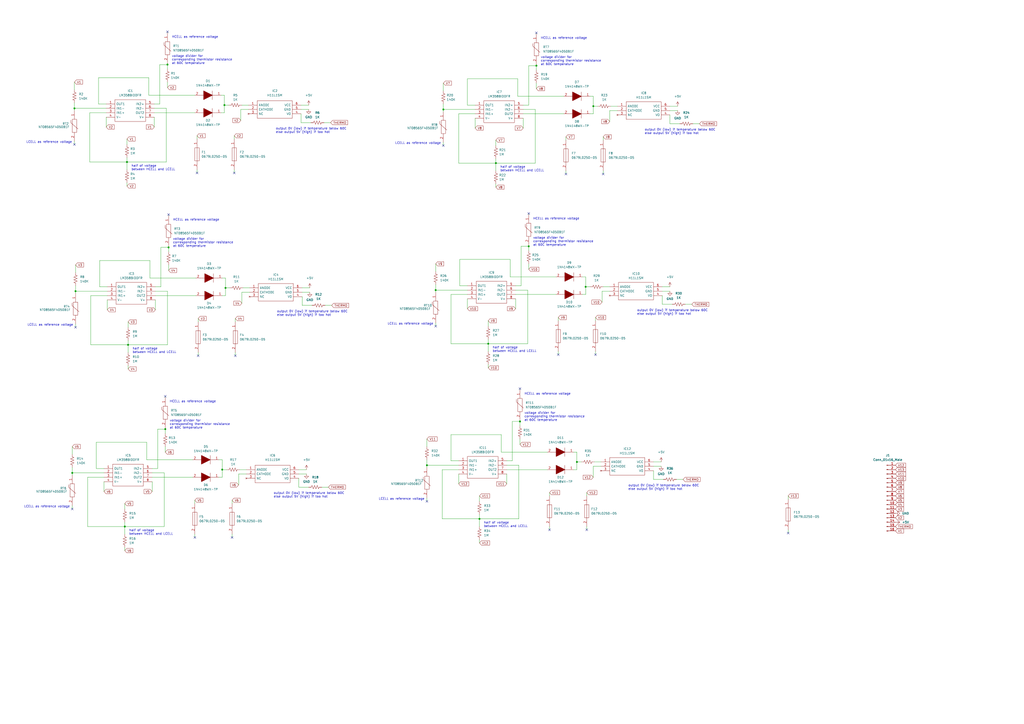
<source format=kicad_sch>
(kicad_sch (version 20211123) (generator eeschema)
  (paper "A2")
  (junction (at 128.905 272.415))
  (junction (at 278.13 300.99))
  (junction (at 252.73 168.275))
  (junction (at 130.81 167.005))
  (junction (at 97.155 37.465))
  (junction (at 334.645 267.97))
  (junction (at 72.39 305.435))
  (junction (at 283.21 199.39))
  (junction (at 287.655 94.615))
  (junction (at 247.65 269.875))
  (junction (at 95.885 248.92))
  (junction (at 73.66 93.98))
  (junction (at 43.815 168.91))
  (junction (at 339.725 166.37))
  (junction (at 97.79 143.51))
  (junction (at 344.17 61.595))
  (junction (at 311.15 38.1))
  (junction (at 301.625 244.475))
  (junction (at 306.705 142.875))
  (junction (at 41.91 274.32))
  (junction (at 43.18 62.865))
  (junction (at 257.175 63.5))
  (junction (at 74.295 200.025))
  (junction (at 130.175 60.96))
  (no_connect (at 41.91 295.275))
  (no_connect (at 43.18 83.82))
  (no_connect (at 134.62 311.785))
  (no_connect (at 97.79 124.46))
  (no_connect (at 301.625 225.425))
  (no_connect (at 114.935 206.375))
  (no_connect (at 328.295 100.965))
  (no_connect (at 247.65 290.83))
  (no_connect (at 318.77 307.34))
  (no_connect (at 323.85 205.74))
  (no_connect (at 340.36 307.34))
  (no_connect (at 135.89 100.33))
  (no_connect (at 114.3 100.33))
  (no_connect (at 113.03 311.785))
  (no_connect (at 457.2 309.245))
  (no_connect (at 311.15 19.05))
  (no_connect (at 349.885 100.965))
  (no_connect (at 43.815 189.865))
  (no_connect (at 95.885 229.87))
  (no_connect (at 97.155 18.415))
  (no_connect (at 252.73 189.23))
  (no_connect (at 306.705 123.825))
  (no_connect (at 345.44 205.74))
  (no_connect (at 257.175 84.455))
  (no_connect (at 136.525 206.375))
  (wire (pts (xy 311.15 19.05) (xy 311.15 19.685)))
  (wire (pts (xy 266.7 165.735) (xy 266.7 150.495)))
  (wire (pts (xy 306.705 38.1) (xy 311.15 38.1)))
  (wire (pts (xy 332.74 262.255) (xy 334.645 262.255)))
  (wire (pts (xy 306.07 199.39) (xy 283.21 199.39)))
  (wire (pts (xy 92.71 60.325) (xy 92.71 37.465)))
  (wire (pts (xy 294.005 272.415) (xy 317.5 272.415)))
  (wire (pts (xy 300.355 45.72) (xy 300.355 55.88)))
  (wire (pts (xy 134.62 311.785) (xy 134.62 309.88)))
  (wire (pts (xy 388.62 71.755) (xy 394.335 71.755)))
  (wire (pts (xy 60.325 271.78) (xy 55.88 271.78)))
  (wire (pts (xy 139.065 272.415) (xy 142.875 272.415)))
  (wire (pts (xy 97.155 47.625) (xy 97.155 50.8)))
  (wire (pts (xy 55.88 271.78) (xy 55.88 256.54)))
  (wire (pts (xy 43.18 62.865) (xy 61.595 62.865)))
  (wire (pts (xy 323.85 184.15) (xy 323.85 186.055)))
  (wire (pts (xy 130.175 55.245) (xy 130.175 60.96)))
  (wire (pts (xy 266.065 94.615) (xy 287.655 94.615)))
  (wire (pts (xy 301.625 254.635) (xy 301.625 257.81)))
  (wire (pts (xy 266.065 272.415) (xy 256.54 272.415)))
  (wire (pts (xy 95.885 229.87) (xy 95.885 230.505)))
  (wire (pts (xy 139.7 63.5) (xy 139.7 69.85)))
  (wire (pts (xy 323.85 205.74) (xy 323.85 203.835)))
  (wire (pts (xy 290.83 262.255) (xy 317.5 262.255)))
  (wire (pts (xy 93.345 143.51) (xy 97.79 143.51)))
  (wire (pts (xy 61.595 60.325) (xy 57.15 60.325)))
  (wire (pts (xy 43.18 81.915) (xy 43.18 83.82)))
  (wire (pts (xy 278.13 300.99) (xy 278.13 305.435)))
  (wire (pts (xy 135.89 100.33) (xy 135.89 98.425)))
  (wire (pts (xy 384.175 176.53) (xy 389.89 176.53)))
  (wire (pts (xy 136.525 184.785) (xy 136.525 186.69)))
  (wire (pts (xy 275.59 66.04) (xy 266.065 66.04)))
  (wire (pts (xy 41.91 271.145) (xy 41.91 274.32)))
  (wire (pts (xy 50.8 276.86) (xy 50.8 305.435)))
  (wire (pts (xy 140.335 60.96) (xy 144.145 60.96)))
  (wire (pts (xy 297.18 244.475) (xy 301.625 244.475)))
  (wire (pts (xy 144.145 63.5) (xy 139.7 63.5)))
  (wire (pts (xy 328.295 100.965) (xy 328.295 99.06)))
  (wire (pts (xy 96.52 62.865) (xy 96.52 93.98)))
  (wire (pts (xy 43.18 62.865) (xy 43.18 64.135)))
  (wire (pts (xy 186.69 282.575) (xy 190.5 282.575)))
  (wire (pts (xy 339.725 170.815) (xy 337.82 170.815)))
  (wire (pts (xy 457.2 287.655) (xy 457.2 289.56)))
  (wire (pts (xy 278.13 298.45) (xy 278.13 300.99)))
  (wire (pts (xy 179.705 169.545) (xy 175.26 169.545)))
  (wire (pts (xy 43.815 153.67) (xy 43.815 158.115)))
  (wire (pts (xy 247.65 288.925) (xy 247.65 290.83)))
  (wire (pts (xy 74.295 186.69) (xy 74.295 189.865)))
  (wire (pts (xy 43.18 47.625) (xy 43.18 52.07)))
  (wire (pts (xy 86.36 55.245) (xy 113.03 55.245)))
  (wire (pts (xy 95.885 248.285) (xy 95.885 248.92)))
  (wire (pts (xy 85.09 266.7) (xy 111.76 266.7)))
  (wire (pts (xy 257.175 63.5) (xy 275.59 63.5)))
  (wire (pts (xy 61.595 65.405) (xy 52.07 65.405)))
  (wire (pts (xy 97.155 18.415) (xy 97.155 19.05)))
  (wire (pts (xy 130.81 167.005) (xy 130.81 171.45)))
  (wire (pts (xy 275.59 60.96) (xy 271.145 60.96)))
  (wire (pts (xy 388.62 61.595) (xy 393.065 61.595)))
  (wire (pts (xy 140.335 169.545) (xy 140.335 175.895)))
  (wire (pts (xy 348.615 270.51) (xy 344.17 270.51)))
  (wire (pts (xy 130.81 161.29) (xy 130.81 167.005)))
  (wire (pts (xy 256.54 272.415) (xy 256.54 300.99)))
  (wire (pts (xy 300.99 269.875) (xy 300.99 300.99)))
  (wire (pts (xy 271.145 173.355) (xy 271.145 179.07)))
  (wire (pts (xy 135.89 78.74) (xy 135.89 80.645)))
  (wire (pts (xy 334.645 267.97) (xy 334.645 272.415)))
  (wire (pts (xy 303.53 63.5) (xy 310.515 63.5)))
  (wire (pts (xy 62.23 171.45) (xy 52.705 171.45)))
  (wire (pts (xy 43.815 165.735) (xy 43.815 168.91)))
  (wire (pts (xy 349.885 100.965) (xy 349.885 99.06)))
  (wire (pts (xy 93.345 166.37) (xy 93.345 143.51)))
  (wire (pts (xy 353.695 64.135) (xy 353.695 70.485)))
  (wire (pts (xy 138.43 274.955) (xy 138.43 281.305)))
  (wire (pts (xy 252.73 153.035) (xy 252.73 157.48)))
  (wire (pts (xy 97.155 200.025) (xy 74.295 200.025)))
  (wire (pts (xy 278.13 313.055) (xy 278.13 314.96)))
  (wire (pts (xy 95.25 305.435) (xy 72.39 305.435)))
  (wire (pts (xy 290.83 252.095) (xy 290.83 262.255)))
  (wire (pts (xy 310.515 63.5) (xy 310.515 94.615)))
  (wire (pts (xy 90.17 166.37) (xy 93.345 166.37)))
  (wire (pts (xy 340.36 307.34) (xy 340.36 305.435)))
  (wire (pts (xy 114.3 78.74) (xy 114.3 80.645)))
  (wire (pts (xy 301.625 244.475) (xy 301.625 247.015)))
  (wire (pts (xy 73.66 91.44) (xy 73.66 93.98)))
  (wire (pts (xy 174.625 60.96) (xy 179.07 60.96)))
  (wire (pts (xy 283.21 199.39) (xy 283.21 203.835)))
  (wire (pts (xy 62.23 166.37) (xy 57.785 166.37)))
  (wire (pts (xy 130.81 171.45) (xy 128.905 171.45)))
  (wire (pts (xy 52.705 171.45) (xy 52.705 200.025)))
  (wire (pts (xy 306.705 60.96) (xy 306.705 38.1)))
  (wire (pts (xy 188.595 177.165) (xy 192.405 177.165)))
  (wire (pts (xy 379.095 273.05) (xy 379.095 278.13)))
  (wire (pts (xy 275.59 68.58) (xy 275.59 74.295)))
  (wire (pts (xy 306.705 123.825) (xy 306.705 124.46)))
  (wire (pts (xy 73.66 93.98) (xy 73.66 98.425)))
  (wire (pts (xy 349.25 168.91) (xy 349.25 175.26)))
  (wire (pts (xy 74.295 200.025) (xy 74.295 204.47)))
  (wire (pts (xy 97.79 142.875) (xy 97.79 143.51)))
  (wire (pts (xy 353.695 168.91) (xy 349.25 168.91)))
  (wire (pts (xy 114.935 184.785) (xy 114.935 186.69)))
  (wire (pts (xy 97.155 37.465) (xy 97.155 40.005)))
  (wire (pts (xy 266.065 267.335) (xy 261.62 267.335)))
  (wire (pts (xy 60.325 276.86) (xy 50.8 276.86)))
  (wire (pts (xy 384.175 171.45) (xy 384.175 176.53)))
  (wire (pts (xy 287.655 92.075) (xy 287.655 94.615)))
  (wire (pts (xy 97.155 168.91) (xy 97.155 200.025)))
  (wire (pts (xy 271.145 165.735) (xy 266.7 165.735)))
  (wire (pts (xy 397.51 176.53) (xy 401.32 176.53)))
  (wire (pts (xy 86.36 45.085) (xy 86.36 55.245)))
  (wire (pts (xy 344.805 267.97) (xy 348.615 267.97)))
  (wire (pts (xy 401.955 71.755) (xy 405.765 71.755)))
  (wire (pts (xy 287.655 81.28) (xy 287.655 84.455)))
  (wire (pts (xy 257.175 48.26) (xy 257.175 52.705)))
  (wire (pts (xy 89.535 65.405) (xy 113.03 65.405)))
  (wire (pts (xy 175.26 172.085) (xy 175.26 177.165)))
  (wire (pts (xy 97.79 124.46) (xy 97.79 125.095)))
  (wire (pts (xy 90.17 171.45) (xy 113.665 171.45)))
  (wire (pts (xy 247.65 266.7) (xy 247.65 269.875)))
  (wire (pts (xy 113.03 311.785) (xy 113.03 309.88)))
  (wire (pts (xy 252.73 168.275) (xy 252.73 169.545)))
  (wire (pts (xy 303.53 60.96) (xy 306.705 60.96)))
  (wire (pts (xy 344.17 270.51) (xy 344.17 276.86)))
  (wire (pts (xy 300.355 55.88) (xy 327.025 55.88)))
  (wire (pts (xy 283.21 196.85) (xy 283.21 199.39)))
  (wire (pts (xy 358.14 64.135) (xy 353.695 64.135)))
  (wire (pts (xy 344.17 66.04) (xy 342.265 66.04)))
  (wire (pts (xy 175.26 177.165) (xy 180.975 177.165)))
  (wire (pts (xy 88.265 274.32) (xy 95.25 274.32)))
  (wire (pts (xy 175.26 167.005) (xy 179.705 167.005)))
  (wire (pts (xy 311.15 48.26) (xy 311.15 51.435)))
  (wire (pts (xy 41.91 259.08) (xy 41.91 263.525)))
  (wire (pts (xy 261.62 267.335) (xy 261.62 252.095)))
  (wire (pts (xy 334.645 272.415) (xy 332.74 272.415)))
  (wire (pts (xy 354.33 61.595) (xy 358.14 61.595)))
  (wire (pts (xy 128.905 266.7) (xy 128.905 272.415)))
  (wire (pts (xy 128.905 161.29) (xy 130.81 161.29)))
  (wire (pts (xy 95.25 274.32) (xy 95.25 305.435)))
  (wire (pts (xy 283.21 211.455) (xy 283.21 213.36)))
  (wire (pts (xy 271.145 170.815) (xy 261.62 170.815)))
  (wire (pts (xy 252.73 168.275) (xy 271.145 168.275)))
  (wire (pts (xy 57.15 45.085) (xy 86.36 45.085)))
  (wire (pts (xy 187.96 71.12) (xy 191.77 71.12)))
  (wire (pts (xy 43.815 168.91) (xy 43.815 170.18)))
  (wire (pts (xy 62.23 173.99) (xy 62.23 179.705)))
  (wire (pts (xy 339.725 166.37) (xy 339.725 170.815)))
  (wire (pts (xy 306.07 168.275) (xy 306.07 199.39)))
  (wire (pts (xy 179.07 63.5) (xy 174.625 63.5)))
  (wire (pts (xy 379.095 278.13) (xy 384.81 278.13)))
  (wire (pts (xy 345.44 205.74) (xy 345.44 203.835)))
  (wire (pts (xy 114.935 206.375) (xy 114.935 204.47)))
  (wire (pts (xy 295.91 160.655) (xy 322.58 160.655)))
  (wire (pts (xy 43.815 187.96) (xy 43.815 189.865)))
  (wire (pts (xy 128.27 55.245) (xy 130.175 55.245)))
  (wire (pts (xy 383.54 270.51) (xy 379.095 270.51)))
  (wire (pts (xy 344.17 55.88) (xy 344.17 61.595)))
  (wire (pts (xy 72.39 302.895) (xy 72.39 305.435)))
  (wire (pts (xy 261.62 252.095) (xy 290.83 252.095)))
  (wire (pts (xy 57.785 166.37) (xy 57.785 151.13)))
  (wire (pts (xy 337.82 160.655) (xy 339.725 160.655)))
  (wire (pts (xy 252.73 187.325) (xy 252.73 189.23)))
  (wire (pts (xy 52.07 65.405) (xy 52.07 93.98)))
  (wire (pts (xy 261.62 199.39) (xy 283.21 199.39)))
  (wire (pts (xy 114.3 100.33) (xy 114.3 98.425)))
  (wire (pts (xy 301.625 225.425) (xy 301.625 226.06)))
  (wire (pts (xy 287.655 94.615) (xy 287.655 99.06)))
  (wire (pts (xy 247.65 254.635) (xy 247.65 259.08)))
  (wire (pts (xy 301.625 243.84) (xy 301.625 244.475)))
  (wire (pts (xy 173.355 282.575) (xy 179.07 282.575)))
  (wire (pts (xy 345.44 184.15) (xy 345.44 186.055)))
  (wire (pts (xy 294.005 269.875) (xy 300.99 269.875)))
  (wire (pts (xy 173.355 272.415) (xy 177.8 272.415)))
  (wire (pts (xy 96.52 93.98) (xy 73.66 93.98)))
  (wire (pts (xy 257.175 60.325) (xy 257.175 63.5)))
  (wire (pts (xy 379.095 267.97) (xy 383.54 267.97)))
  (wire (pts (xy 91.44 271.78) (xy 91.44 248.92)))
  (wire (pts (xy 136.525 206.375) (xy 136.525 204.47)))
  (wire (pts (xy 344.17 61.595) (xy 346.71 61.595)))
  (wire (pts (xy 271.145 60.96) (xy 271.145 45.72)))
  (wire (pts (xy 349.885 79.375) (xy 349.885 81.28)))
  (wire (pts (xy 95.885 248.92) (xy 95.885 251.46)))
  (wire (pts (xy 318.77 285.75) (xy 318.77 287.655)))
  (wire (pts (xy 388.62 66.675) (xy 388.62 71.755)))
  (wire (pts (xy 72.39 305.435) (xy 72.39 309.88)))
  (wire (pts (xy 43.18 59.69) (xy 43.18 62.865)))
  (wire (pts (xy 130.175 60.96) (xy 130.175 65.405)))
  (wire (pts (xy 302.26 142.875) (xy 306.705 142.875)))
  (wire (pts (xy 299.085 165.735) (xy 302.26 165.735)))
  (wire (pts (xy 334.645 267.97) (xy 337.185 267.97)))
  (wire (pts (xy 52.07 93.98) (xy 73.66 93.98)))
  (wire (pts (xy 142.875 274.955) (xy 138.43 274.955)))
  (wire (pts (xy 299.085 170.815) (xy 322.58 170.815)))
  (wire (pts (xy 85.09 256.54) (xy 85.09 266.7)))
  (wire (pts (xy 174.625 71.12) (xy 180.34 71.12)))
  (wire (pts (xy 43.815 168.91) (xy 62.23 168.91)))
  (wire (pts (xy 57.785 151.13) (xy 86.995 151.13)))
  (wire (pts (xy 128.905 272.415) (xy 131.445 272.415)))
  (wire (pts (xy 328.295 79.375) (xy 328.295 81.28)))
  (wire (pts (xy 283.21 186.055) (xy 283.21 189.23)))
  (wire (pts (xy 90.17 168.91) (xy 97.155 168.91)))
  (wire (pts (xy 88.265 276.86) (xy 111.76 276.86)))
  (wire (pts (xy 113.03 290.195) (xy 113.03 292.1)))
  (wire (pts (xy 339.725 166.37) (xy 342.265 166.37)))
  (wire (pts (xy 306.705 142.875) (xy 306.705 145.415)))
  (wire (pts (xy 130.175 65.405) (xy 128.27 65.405)))
  (wire (pts (xy 41.91 293.37) (xy 41.91 295.275)))
  (wire (pts (xy 299.085 168.275) (xy 306.07 168.275)))
  (wire (pts (xy 95.885 259.08) (xy 95.885 262.255)))
  (wire (pts (xy 173.355 277.495) (xy 173.355 282.575)))
  (wire (pts (xy 334.645 262.255) (xy 334.645 267.97)))
  (wire (pts (xy 92.71 37.465) (xy 97.155 37.465)))
  (wire (pts (xy 266.7 150.495) (xy 295.91 150.495)))
  (wire (pts (xy 177.8 274.955) (xy 173.355 274.955)))
  (wire (pts (xy 310.515 94.615) (xy 287.655 94.615)))
  (wire (pts (xy 88.265 271.78) (xy 91.44 271.78)))
  (wire (pts (xy 339.725 160.655) (xy 339.725 166.37)))
  (wire (pts (xy 256.54 300.99) (xy 278.13 300.99)))
  (wire (pts (xy 247.65 269.875) (xy 266.065 269.875)))
  (wire (pts (xy 73.66 106.045) (xy 73.66 107.95)))
  (wire (pts (xy 303.53 68.58) (xy 303.53 74.295)))
  (wire (pts (xy 295.91 150.495) (xy 295.91 160.655)))
  (wire (pts (xy 73.66 80.645) (xy 73.66 83.82)))
  (wire (pts (xy 306.705 153.035) (xy 306.705 156.21)))
  (wire (pts (xy 50.8 305.435) (xy 72.39 305.435)))
  (wire (pts (xy 88.265 279.4) (xy 88.265 285.115)))
  (wire (pts (xy 97.155 36.83) (xy 97.155 37.465)))
  (wire (pts (xy 261.62 170.815) (xy 261.62 199.39)))
  (wire (pts (xy 74.295 197.485) (xy 74.295 200.025)))
  (wire (pts (xy 89.535 67.945) (xy 89.535 73.66)))
  (wire (pts (xy 130.175 60.96) (xy 132.715 60.96)))
  (wire (pts (xy 72.39 317.5) (xy 72.39 319.405)))
  (wire (pts (xy 52.705 200.025) (xy 74.295 200.025)))
  (wire (pts (xy 252.73 165.1) (xy 252.73 168.275)))
  (wire (pts (xy 266.065 66.04) (xy 266.065 94.615)))
  (wire (pts (xy 41.91 274.32) (xy 41.91 275.59)))
  (wire (pts (xy 57.15 60.325) (xy 57.15 45.085)))
  (wire (pts (xy 144.78 169.545) (xy 140.335 169.545)))
  (wire (pts (xy 340.36 285.75) (xy 340.36 287.655)))
  (wire (pts (xy 388.62 168.91) (xy 384.175 168.91)))
  (wire (pts (xy 91.44 248.92) (xy 95.885 248.92)))
  (wire (pts (xy 72.39 292.1) (xy 72.39 295.275)))
  (wire (pts (xy 344.17 61.595) (xy 344.17 66.04)))
  (wire (pts (xy 311.15 38.1) (xy 311.15 40.64)))
  (wire (pts (xy 257.175 82.55) (xy 257.175 84.455)))
  (wire (pts (xy 55.88 256.54) (xy 85.09 256.54)))
  (wire (pts (xy 140.97 167.005) (xy 144.78 167.005)))
  (wire (pts (xy 61.595 67.945) (xy 61.595 73.66)))
  (wire (pts (xy 257.175 63.5) (xy 257.175 64.77)))
  (wire (pts (xy 457.2 309.245) (xy 457.2 307.34)))
  (wire (pts (xy 311.15 37.465) (xy 311.15 38.1)))
  (wire (pts (xy 60.325 279.4) (xy 60.325 285.115)))
  (wire (pts (xy 302.26 165.735) (xy 302.26 142.875)))
  (wire (pts (xy 134.62 290.195) (xy 134.62 292.1)))
  (wire (pts (xy 392.43 278.13) (xy 396.24 278.13)))
  (wire (pts (xy 89.535 62.865) (xy 96.52 62.865)))
  (wire (pts (xy 86.995 151.13) (xy 86.995 161.29)))
  (wire (pts (xy 300.99 300.99) (xy 278.13 300.99)))
  (wire (pts (xy 287.655 106.68) (xy 287.655 108.585)))
  (wire (pts (xy 128.905 272.415) (xy 128.905 276.86)))
  (wire (pts (xy 297.18 267.335) (xy 297.18 244.475)))
  (wire (pts (xy 299.085 173.355) (xy 299.085 179.07)))
  (wire (pts (xy 97.79 153.67) (xy 97.79 156.845)))
  (wire (pts (xy 349.885 166.37) (xy 353.695 166.37)))
  (wire (pts (xy 294.005 274.955) (xy 294.005 280.67)))
  (wire (pts (xy 266.065 274.955) (xy 266.065 280.67)))
  (wire (pts (xy 294.005 267.335) (xy 297.18 267.335)))
  (wire (pts (xy 306.705 142.24) (xy 306.705 142.875)))
  (wire (pts (xy 278.13 287.655) (xy 278.13 290.83)))
  (wire (pts (xy 41.91 274.32) (xy 60.325 274.32)))
  (wire (pts (xy 271.145 45.72) (xy 300.355 45.72)))
  (wire (pts (xy 127 266.7) (xy 128.905 266.7)))
  (wire (pts (xy 303.53 66.04) (xy 327.025 66.04)))
  (wire (pts (xy 90.17 173.99) (xy 90.17 179.705)))
  (wire (pts (xy 174.625 66.04) (xy 174.625 71.12)))
  (wire (pts (xy 247.65 269.875) (xy 247.65 271.145)))
  (wire (pts (xy 89.535 60.325) (xy 92.71 60.325)))
  (wire (pts (xy 393.065 64.135) (xy 388.62 64.135)))
  (wire (pts (xy 342.265 55.88) (xy 344.17 55.88)))
  (wire (pts (xy 86.995 161.29) (xy 113.665 161.29)))
  (wire (pts (xy 130.81 167.005) (xy 133.35 167.005)))
  (wire (pts (xy 318.77 307.34) (xy 318.77 305.435)))
  (wire (pts (xy 74.295 212.09) (xy 74.295 213.995)))
  (wire (pts (xy 128.905 276.86) (xy 127 276.86)))
  (wire (pts (xy 384.175 166.37) (xy 388.62 166.37)))
  (wire (pts (xy 97.79 143.51) (xy 97.79 146.05)))
  (text "output 0V (low) if temperature below 60C\nelse output 5V (high) if too hot" (at 374.015 78.105 0) (effects (font (size 1.27 1.27)) (justify left bottom)))
  (text "output 0V (low) if temperature below 60C\nelse output 5V (high) if too hot" (at 369.57 182.88 0) (effects (font (size 1.27 1.27)) (justify left bottom)))
  (text "HCELL as reference voltage" (at 100.33 128.27 0) (effects (font (size 1.27 1.27)) (justify left bottom)))
  (text "HCELL as reference voltage" (at 98.425 233.68 0) (effects (font (size 1.27 1.27)) (justify left bottom)))
  (text "voltage divider for \ncorresponding thermistor resistance \nat 60C temperature " (at 309.245 142.875 0) (effects (font (size 1.27 1.27)) (justify left bottom)))
  (text "voltage divider for \ncorresponding thermistor resistance \nat 60C temperature " (at 99.695 37.465 0) (effects (font (size 1.27 1.27)) (justify left bottom)))
  (text "LCELL as reference voltage" (at 219.71 290.195 0) (effects (font (size 1.27 1.27)) (justify left bottom)))
  (text "HCELL as reference voltage" (at 99.695 22.225 0) (effects (font (size 1.27 1.27)) (justify left bottom)))
  (text "LCELL as reference voltage" (at 13.97 294.64 0) (effects (font (size 1.27 1.27)) (justify left bottom)))
  (text "LCELL as reference voltage" (at 15.875 189.23 0) (effects (font (size 1.27 1.27)) (justify left bottom)))
  (text "HCELL as reference voltage" (at 313.69 22.86 0) (effects (font (size 1.27 1.27)) (justify left bottom)))
  (text "half of voltage \nbetween HCELL and LCELL" (at 76.2 99.06 0) (effects (font (size 1.27 1.27)) (justify left bottom)))
  (text "LCELL as reference voltage" (at 224.79 188.595 0) (effects (font (size 1.27 1.27)) (justify left bottom)))
  (text "voltage divider for \ncorresponding thermistor resistance \nat 60C temperature " (at 304.165 244.475 0) (effects (font (size 1.27 1.27)) (justify left bottom)))
  (text "HCELL as reference voltage" (at 304.165 229.235 0) (effects (font (size 1.27 1.27)) (justify left bottom)))
  (text "LCELL as reference voltage" (at 15.24 83.185 0) (effects (font (size 1.27 1.27)) (justify left bottom)))
  (text "LCELL as reference voltage" (at 229.235 83.82 0) (effects (font (size 1.27 1.27)) (justify left bottom)))
  (text "voltage divider for \ncorresponding thermistor resistance \nat 60C temperature " (at 100.33 143.51 0) (effects (font (size 1.27 1.27)) (justify left bottom)))
  (text "half of voltage \nbetween HCELL and LCELL" (at 74.93 310.515 0) (effects (font (size 1.27 1.27)) (justify left bottom)))
  (text "output 0V (low) if temperature below 60C\nelse output 5V (high) if too hot" (at 158.75 288.925 0) (effects (font (size 1.27 1.27)) (justify left bottom)))
  (text "half of voltage \nbetween HCELL and LCELL" (at 76.835 205.105 0) (effects (font (size 1.27 1.27)) (justify left bottom)))
  (text "half of voltage \nbetween HCELL and LCELL" (at 285.75 204.47 0) (effects (font (size 1.27 1.27)) (justify left bottom)))
  (text "output 0V (low) if temperature below 60C\nelse output 5V (high) if too hot" (at 364.49 284.48 0) (effects (font (size 1.27 1.27)) (justify left bottom)))
  (text "voltage divider for \ncorresponding thermistor resistance \nat 60C temperature " (at 98.425 248.92 0) (effects (font (size 1.27 1.27)) (justify left bottom)))
  (text "half of voltage \nbetween HCELL and LCELL" (at 280.67 306.07 0) (effects (font (size 1.27 1.27)) (justify left bottom)))
  (text "half of voltage \nbetween HCELL and LCELL" (at 290.195 99.695 0) (effects (font (size 1.27 1.27)) (justify left bottom)))
  (text "output 0V (low) if temperature below 60C\nelse output 5V (high) if too hot" (at 160.655 183.515 0) (effects (font (size 1.27 1.27)) (justify left bottom)))
  (text "voltage divider for \ncorresponding thermistor resistance \nat 60C temperature " (at 313.69 38.1 0) (effects (font (size 1.27 1.27)) (justify left bottom)))
  (text "output 0V (low) if temperature below 60C\nelse output 5V (high) if too hot" (at 160.02 77.47 0) (effects (font (size 1.27 1.27)) (justify left bottom)))
  (text "HCELL as reference voltage" (at 309.245 127.635 0) (effects (font (size 1.27 1.27)) (justify left bottom)))
  (global_label "V7" (shape input) (at 519.43 285.115 0) (property "Intersheet References" "${INTERSHEET_REFS}" (effects hide)))
  (global_label "V7" (shape input) (at 257.175 48.26 0) (property "Intersheet References" "${INTERSHEET_REFS}" (effects hide)))
  (global_label "V4" (shape input) (at 74.295 213.995 0) (property "Intersheet References" "${INTERSHEET_REFS}" (effects hide)))
  (global_label "V10" (shape input) (at 519.43 277.495 0) (property "Intersheet References" "${INTERSHEET_REFS}" (effects hide)))
  (global_label "THERMO" (shape input) (at 191.77 71.12 0) (property "Intersheet References" "${INTERSHEET_REFS}" (effects hide)))
  (global_label "V7" (shape input) (at 328.295 79.375 0) (property "Intersheet References" "${INTERSHEET_REFS}" (effects hide)))
  (global_label "V10" (shape input) (at 349.25 175.26 180) (property "Intersheet References" "${INTERSHEET_REFS}" (effects hide)))
  (global_label "V8" (shape input) (at 353.695 70.485 180) (property "Intersheet References" "${INTERSHEET_REFS}" (effects hide)))
  (global_label "V6" (shape input) (at 72.39 319.405 0) (property "Intersheet References" "${INTERSHEET_REFS}" (effects hide)))
  (global_label "V2" (shape input) (at 97.155 50.8 0) (property "Intersheet References" "${INTERSHEET_REFS}" (effects hide)))
  (global_label "V4" (shape input) (at 97.79 156.845 0) (property "Intersheet References" "${INTERSHEET_REFS}" (effects hide)))
  (global_label "V6" (shape input) (at 519.43 287.655 0) (property "Intersheet References" "${INTERSHEET_REFS}" (effects hide)))
  (global_label "V3" (shape input) (at 519.43 295.275 0) (property "Intersheet References" "${INTERSHEET_REFS}" (effects hide)))
  (global_label "V5" (shape input) (at 88.265 285.115 180) (property "Intersheet References" "${INTERSHEET_REFS}" (effects hide)))
  (global_label "V2" (shape input) (at 519.43 300.355 0) (property "Intersheet References" "${INTERSHEET_REFS}" (effects hide)))
  (global_label "V4" (shape input) (at 140.335 175.895 180) (property "Intersheet References" "${INTERSHEET_REFS}" (effects hide)))
  (global_label "THERMO" (shape input) (at 190.5 282.575 0) (property "Intersheet References" "${INTERSHEET_REFS}" (effects hide)))
  (global_label "THERMO" (shape input) (at 519.43 305.435 0) (property "Intersheet References" "${INTERSHEET_REFS}" (effects hide)))
  (global_label "V5" (shape input) (at 113.03 290.195 0) (property "Intersheet References" "${INTERSHEET_REFS}" (effects hide)))
  (global_label "V11" (shape input) (at 519.43 274.955 0) (property "Intersheet References" "${INTERSHEET_REFS}" (effects hide)))
  (global_label "V10" (shape input) (at 271.145 179.07 0) (property "Intersheet References" "${INTERSHEET_REFS}" (effects hide)))
  (global_label "V6" (shape input) (at 95.885 262.255 0) (property "Intersheet References" "${INTERSHEET_REFS}" (effects hide)))
  (global_label "V8" (shape input) (at 519.43 282.575 0) (property "Intersheet References" "${INTERSHEET_REFS}" (effects hide)))
  (global_label "V6" (shape input) (at 134.62 290.195 0) (property "Intersheet References" "${INTERSHEET_REFS}" (effects hide)))
  (global_label "V9" (shape input) (at 283.21 186.055 0) (property "Intersheet References" "${INTERSHEET_REFS}" (effects hide)))
  (global_label "V1" (shape input) (at 114.3 78.74 0) (property "Intersheet References" "${INTERSHEET_REFS}" (effects hide)))
  (global_label "V8" (shape input) (at 311.15 51.435 0) (property "Intersheet References" "${INTERSHEET_REFS}" (effects hide)))
  (global_label "V2" (shape input) (at 139.7 69.85 180) (property "Intersheet References" "${INTERSHEET_REFS}" (effects hide)))
  (global_label "V5" (shape input) (at 72.39 292.1 0) (property "Intersheet References" "${INTERSHEET_REFS}" (effects hide)))
  (global_label "V4" (shape input) (at 136.525 184.785 0) (property "Intersheet References" "${INTERSHEET_REFS}" (effects hide)))
  (global_label "V7" (shape input) (at 287.655 81.28 0) (property "Intersheet References" "${INTERSHEET_REFS}" (effects hide)))
  (global_label "V2" (shape input) (at 61.595 73.66 0) (property "Intersheet References" "${INTERSHEET_REFS}" (effects hide)))
  (global_label "V1" (shape input) (at 519.43 307.975 0) (property "Intersheet References" "${INTERSHEET_REFS}" (effects hide)))
  (global_label "V11" (shape input) (at 294.005 280.67 180) (property "Intersheet References" "${INTERSHEET_REFS}" (effects hide)))
  (global_label "V3" (shape input) (at 114.935 184.785 0) (property "Intersheet References" "${INTERSHEET_REFS}" (effects hide)))
  (global_label "V4" (shape input) (at 519.43 292.735 0) (property "Intersheet References" "${INTERSHEET_REFS}" (effects hide)))
  (global_label "V2" (shape input) (at 135.89 78.74 0) (property "Intersheet References" "${INTERSHEET_REFS}" (effects hide)))
  (global_label "V9" (shape input) (at 519.43 280.035 0) (property "Intersheet References" "${INTERSHEET_REFS}" (effects hide)))
  (global_label "V8" (shape input) (at 349.885 79.375 0) (property "Intersheet References" "${INTERSHEET_REFS}" (effects hide)))
  (global_label "V12" (shape input) (at 301.625 257.81 0) (property "Intersheet References" "${INTERSHEET_REFS}" (effects hide)))
  (global_label "V6" (shape input) (at 60.325 285.115 0) (property "Intersheet References" "${INTERSHEET_REFS}" (effects hide)))
  (global_label "V12" (shape input) (at 340.36 285.75 0) (property "Intersheet References" "${INTERSHEET_REFS}" (effects hide)))
  (global_label "V12" (shape input) (at 266.065 280.67 0) (property "Intersheet References" "${INTERSHEET_REFS}" (effects hide)))
  (global_label "V12" (shape input) (at 278.13 314.96 0) (property "Intersheet References" "${INTERSHEET_REFS}" (effects hide)))
  (global_label "V2" (shape input) (at 73.66 107.95 0) (property "Intersheet References" "${INTERSHEET_REFS}" (effects hide)))
  (global_label "V9" (shape input) (at 299.085 179.07 180) (property "Intersheet References" "${INTERSHEET_REFS}" (effects hide)))
  (global_label "V5" (shape input) (at 519.43 290.195 0) (property "Intersheet References" "${INTERSHEET_REFS}" (effects hide)))
  (global_label "THERMO" (shape input) (at 396.24 278.13 0) (property "Intersheet References" "${INTERSHEET_REFS}" (effects hide)))
  (global_label "THERMO" (shape input) (at 192.405 177.165 0) (property "Intersheet References" "${INTERSHEET_REFS}" (effects hide)))
  (global_label "V10" (shape input) (at 283.21 213.36 0) (property "Intersheet References" "${INTERSHEET_REFS}" (effects hide)))
  (global_label "V3" (shape input) (at 74.295 186.69 0) (property "Intersheet References" "${INTERSHEET_REFS}" (effects hide)))
  (global_label "V10" (shape input) (at 306.705 156.21 0) (property "Intersheet References" "${INTERSHEET_REFS}" (effects hide)))
  (global_label "V11" (shape input) (at 247.65 254.635 0) (property "Intersheet References" "${INTERSHEET_REFS}" (effects hide)))
  (global_label "V6" (shape input) (at 138.43 281.305 180) (property "Intersheet References" "${INTERSHEET_REFS}" (effects hide)))
  (global_label "V9" (shape input) (at 323.85 184.15 0) (property "Intersheet References" "${INTERSHEET_REFS}" (effects hide)))
  (global_label "V8" (shape input) (at 287.655 108.585 0) (property "Intersheet References" "${INTERSHEET_REFS}" (effects hide)))
  (global_label "V9" (shape input) (at 252.73 153.035 0) (property "Intersheet References" "${INTERSHEET_REFS}" (effects hide)))
  (global_label "V11" (shape input) (at 318.77 285.75 0) (property "Intersheet References" "${INTERSHEET_REFS}" (effects hide)))
  (global_label "V1" (shape input) (at 43.18 47.625 0) (property "Intersheet References" "${INTERSHEET_REFS}" (effects hide)))
  (global_label "V13" (shape input) (at 519.43 272.415 0) (property "Intersheet References" "${INTERSHEET_REFS}" (effects hide)))
  (global_label "V5" (shape input) (at 41.91 259.08 0) (property "Intersheet References" "${INTERSHEET_REFS}" (effects hide)))
  (global_label "V1" (shape input) (at 73.66 80.645 0) (property "Intersheet References" "${INTERSHEET_REFS}" (effects hide)))
  (global_label "V10" (shape input) (at 345.44 184.15 0) (property "Intersheet References" "${INTERSHEET_REFS}" (effects hide)))
  (global_label "V8" (shape input) (at 275.59 74.295 0) (property "Intersheet References" "${INTERSHEET_REFS}" (effects hide)))
  (global_label "V1" (shape input) (at 89.535 73.66 180) (property "Intersheet References" "${INTERSHEET_REFS}" (effects hide)))
  (global_label "V4" (shape input) (at 62.23 179.705 0) (property "Intersheet References" "${INTERSHEET_REFS}" (effects hide)))
  (global_label "V3" (shape input) (at 43.815 153.67 0) (property "Intersheet References" "${INTERSHEET_REFS}" (effects hide)))
  (global_label "V13" (shape input) (at 457.2 287.655 0) (property "Intersheet References" "${INTERSHEET_REFS}" (effects hide)))
  (global_label "V12" (shape input) (at 344.17 276.86 180) (property "Intersheet References" "${INTERSHEET_REFS}" (effects hide)))
  (global_label "V3" (shape input) (at 90.17 179.705 180) (property "Intersheet References" "${INTERSHEET_REFS}" (effects hide)))
  (global_label "V11" (shape input) (at 278.13 287.655 0) (property "Intersheet References" "${INTERSHEET_REFS}" (effects hide)))
  (global_label "V12" (shape input) (at 519.43 269.875 0) (property "Intersheet References" "${INTERSHEET_REFS}" (effects hide)))
  (global_label "V7" (shape input) (at 303.53 74.295 180) (property "Intersheet References" "${INTERSHEET_REFS}" (effects hide)))
  (global_label "THERMO" (shape input) (at 401.32 176.53 0) (property "Intersheet References" "${INTERSHEET_REFS}" (effects hide)))
  (global_label "THERMO" (shape input) (at 405.765 71.755 0) (property "Intersheet References" "${INTERSHEET_REFS}" (effects hide)))
  (symbol (lib_id "Device:R_US") (at 136.525 60.96 90) (unit 1)
    (property "Reference" "R5" (at 136.525 55.245 90))
    (property "Value" "1K" (at 136.525 57.785 90))
    (property "Footprint" "Resistor_SMD:R_0805_2012Metric_Pad1.20x1.40mm_HandSolder" (effects hide))
  )
  (symbol (lib_id "Device:R_US") (at 278.13 309.245 0) (unit 1)
    (property "Reference" "R34" (at 280.67 307.9749 0) (effects (justify left)))
    (property "Value" "1M" (at 280.67 310.5149 0) (effects (justify left)))
    (property "Footprint" "Resistor_SMD:R_0805_2012Metric_Pad1.20x1.40mm_HandSolder" (effects hide))
  )
  (symbol (lib_id "Device:R_US") (at 340.995 267.97 90) (unit 1)
    (property "Reference" "R35" (at 340.995 261.62 90))
    (property "Value" "1K" (at 340.995 264.16 90))
    (property "Footprint" "Resistor_SMD:R_0805_2012Metric_Pad1.20x1.40mm_HandSolder" (effects hide))
  )
  (symbol (lib_id "LM358BIDDFR:LM358BIDDFR") (at 61.595 60.325 0) (unit 1)
    (property "Reference" "IC1" (at 75.565 52.705 0))
    (property "Value" "LM358BIDDFR" (at 75.565 55.245 0))
    (property "Footprint" "OpAmp:SOT65P280X110-8N" (effects hide))
    (property "Datasheet" "https://www.ti.com/lit/ds/symlink/lm358.pdf?HQS=dis-dk-null-digikeymode-dsf-pf-null-wwe&ts=1637414494084&ref_url=https%253A%252F%252Fwww.ti.com%252Fgeneral%252Fdocs%252Fsuppproductinfo.tsp%253FdistId%253D10%2526gotoUrl%253Dhttps%253A%252F%252Fwww.ti.com%2" (effects hide))
    (property "Description" "Operational Amplifiers - Op Amps" (effects hide))
    (property "Height" "1.1" (effects hide))
    (property "Mouser Part Number" "595-LM358BIDDFR" (effects hide))
    (property "Mouser Price/Stock" "https://www.mouser.co.uk/ProductDetail/Texas-Instruments/LM358BIDDFR?qs=Wj%2FVkw3K%252BMChENR0WviREw%3D%3D" (effects hide))
    (property "Manufacturer_Name" "Texas Instruments" (effects hide))
    (property "Manufacturer_Part_Number" "LM358BIDDFR" (effects hide))
  )
  (symbol (lib_id "power:GND") (at 383.54 270.51 0) (unit 1)
    (property "Reference" "#PWR0108" (effects hide))
    (property "Value" "GND" (at 383.54 274.955 0))
  )
  (symbol (lib_id "1N4148WX-TP:1N4148WX-TP") (at 128.27 65.405 180) (unit 1)
    (property "Reference" "D2" (at 120.65 69.85 0))
    (property "Value" "1N4148WX-TP" (at 120.65 72.39 0))
    (property "Footprint" "Diode:SOD2512X115N" (effects hide))
    (property "Datasheet" "https://www.mccsemi.com/pdf/Products/1N4148WX(SOD-323).pdf" (effects hide))
    (property "Description" "MICRO COMMERCIAL COMPONENTS - 1N4148WX-TP - SWITCHING DIODE, 500MW, 1V, SOD323" (effects hide))
    (property "Height" "1.15" (effects hide))
    (property "Mouser Part Number" "833-1N4148WX-TP" (effects hide))
    (property "Mouser Price/Stock" "https://www.mouser.co.uk/ProductDetail/Micro-Commercial-Components-MCC/1N4148WX-TP?qs=Vo7e0yZOYdH7fKyVBspYOg%3D%3D" (effects hide))
    (property "Manufacturer_Name" "MCC" (effects hide))
    (property "Manufacturer_Part_Number" "1N4148WX-TP" (effects hide))
  )
  (symbol (lib_id "0679L0250-05:0679L0250-05") (at 328.295 81.28 270) (unit 1)
    (property "Reference" "F7" (at 331.47 88.8999 90) (effects (justify left)))
    (property "Value" "0679L0250-05" (at 331.47 91.4399 90) (effects (justify left)))
    (property "Footprint" "Thesis Fuse:FUSC6125X279N" (effects hide))
    (property "Datasheet" "https://componentsearchengine.com/Datasheets/1/0679L0250-05.pdf" (effects hide))
    (property "Description" "Surface Mount Fuses 250mA, 125 VAC / VDC" (effects hide))
    (property "Height" "2.79" (effects hide))
    (property "Mouser Part Number" "530-0679L0250-05" (effects hide))
    (property "Mouser Price/Stock" "https://www.mouser.co.uk/ProductDetail/Bel-Fuse/0679L0250-05?qs=ZqXcJfGlKshcahFINUdbuA%3D%3D" (effects hide))
    (property "Manufacturer_Name" "BelFuse" (effects hide))
    (property "Manufacturer_Part_Number" "0679L0250-05" (effects hide))
  )
  (symbol (lib_id "Device:R_US") (at 72.39 313.69 0) (unit 1)
    (property "Reference" "R16" (at 74.93 312.4199 0) (effects (justify left)))
    (property "Value" "1M" (at 74.93 314.9599 0) (effects (justify left)))
    (property "Footprint" "Resistor_SMD:R_0805_2012Metric_Pad1.20x1.40mm_HandSolder" (effects hide))
  )
  (symbol (lib_id "Device:R_US") (at 97.155 43.815 0) (unit 1)
    (property "Reference" "R1" (at 99.06 42.5449 0) (effects (justify left)))
    (property "Value" "140K" (at 99.06 45.0849 0) (effects (justify left)))
    (property "Footprint" "Resistor_SMD:R_0805_2012Metric_Pad1.20x1.40mm_HandSolder" (effects hide))
  )
  (symbol (lib_id "Device:R_US") (at 43.815 161.925 0) (unit 1)
    (property "Reference" "R8" (at 46.355 160.6549 0) (effects (justify left)))
    (property "Value" "140K" (at 46.355 163.1949 0) (effects (justify left)))
    (property "Footprint" "Resistor_SMD:R_0805_2012Metric_Pad1.20x1.40mm_HandSolder" (effects hide))
  )
  (symbol (lib_id "power:+5V") (at 519.43 302.895 270) (unit 1)
    (property "Reference" "#PWR0113" (effects hide))
    (property "Value" "+5V" (at 523.24 302.8949 90) (effects (justify left)))
  )
  (symbol (lib_id "power:GND") (at 179.705 169.545 0) (unit 1)
    (property "Reference" "#PWR0103" (effects hide))
    (property "Value" "GND" (at 179.705 173.99 0))
  )
  (symbol (lib_id "1N4148WX-TP:1N4148WX-TP") (at 332.74 262.255 180) (unit 1)
    (property "Reference" "D11" (at 325.12 254 0))
    (property "Value" "1N4148WX-TP" (at 325.12 256.54 0))
    (property "Footprint" "Diode:SOD2512X115N" (effects hide))
    (property "Datasheet" "https://www.mccsemi.com/pdf/Products/1N4148WX(SOD-323).pdf" (effects hide))
    (property "Description" "MICRO COMMERCIAL COMPONENTS - 1N4148WX-TP - SWITCHING DIODE, 500MW, 1V, SOD323" (effects hide))
    (property "Height" "1.15" (effects hide))
    (property "Mouser Part Number" "833-1N4148WX-TP" (effects hide))
    (property "Mouser Price/Stock" "https://www.mouser.co.uk/ProductDetail/Micro-Commercial-Components-MCC/1N4148WX-TP?qs=Vo7e0yZOYdH7fKyVBspYOg%3D%3D" (effects hide))
    (property "Manufacturer_Name" "MCC" (effects hide))
    (property "Manufacturer_Part_Number" "1N4148WX-TP" (effects hide))
  )
  (symbol (lib_id "NT08565F4050B1F:NT08565F4050B1F") (at 41.91 275.59 270) (unit 1)
    (property "Reference" "RT6" (at 34.925 283.21 90) (effects (justify left)))
    (property "Value" "NT08565F4050B1F" (at 20.955 285.115 90) (effects (justify left)))
    (property "Footprint" "Thermistor:THRMC2012X90N" (effects hide))
    (property "Datasheet" "https://www.eaton.com/content/dam/eaton/products/electronic-components/resources/data-sheet/eaton-nt-surface-mount-ntc-thermistor-data-sheet-elx1110-en.pdf" (effects hide))
    (property "Description" "NTC Thermistors 0805 PCB SMD NTC, 560 k ohm, 4050 B" (effects hide))
    (property "Height" "0.9" (effects hide))
    (property "Manufacturer_Name" "Eaton" (effects hide))
    (property "Manufacturer_Part_Number" "NT08565F4050B1F" (effects hide))
  )
  (symbol (lib_id "Device:R_US") (at 135.255 272.415 90) (unit 1)
    (property "Reference" "R17" (at 135.255 266.7 90))
    (property "Value" "1K" (at 135.255 269.24 90))
    (property "Footprint" "Resistor_SMD:R_0805_2012Metric_Pad1.20x1.40mm_HandSolder" (effects hide))
  )
  (symbol (lib_id "LM358BIDDFR:LM358BIDDFR") (at 271.145 165.735 0) (unit 1)
    (property "Reference" "IC9" (at 285.115 158.115 0))
    (property "Value" "LM358BIDDFR" (at 285.115 160.655 0))
    (property "Footprint" "OpAmp:SOT65P280X110-8N" (effects hide))
    (property "Datasheet" "https://www.ti.com/lit/ds/symlink/lm358.pdf?HQS=dis-dk-null-digikeymode-dsf-pf-null-wwe&ts=1637414494084&ref_url=https%253A%252F%252Fwww.ti.com%252Fgeneral%252Fdocs%252Fsuppproductinfo.tsp%253FdistId%253D10%2526gotoUrl%253Dhttps%253A%252F%252Fwww.ti.com%2" (effects hide))
    (property "Description" "Operational Amplifiers - Op Amps" (effects hide))
    (property "Height" "1.1" (effects hide))
    (property "Mouser Part Number" "595-LM358BIDDFR" (effects hide))
    (property "Mouser Price/Stock" "https://www.mouser.co.uk/ProductDetail/Texas-Instruments/LM358BIDDFR?qs=Wj%2FVkw3K%252BMChENR0WviREw%3D%3D" (effects hide))
    (property "Manufacturer_Name" "Texas Instruments" (effects hide))
    (property "Manufacturer_Part_Number" "LM358BIDDFR" (effects hide))
  )
  (symbol (lib_id "LM358BIDDFR:LM358BIDDFR") (at 62.23 166.37 0) (unit 1)
    (property "Reference" "IC3" (at 76.2 158.75 0))
    (property "Value" "LM358BIDDFR" (at 76.2 161.29 0))
    (property "Footprint" "OpAmp:SOT65P280X110-8N" (effects hide))
    (property "Datasheet" "https://www.ti.com/lit/ds/symlink/lm358.pdf?HQS=dis-dk-null-digikeymode-dsf-pf-null-wwe&ts=1637414494084&ref_url=https%253A%252F%252Fwww.ti.com%252Fgeneral%252Fdocs%252Fsuppproductinfo.tsp%253FdistId%253D10%2526gotoUrl%253Dhttps%253A%252F%252Fwww.ti.com%2" (effects hide))
    (property "Description" "Operational Amplifiers - Op Amps" (effects hide))
    (property "Height" "1.1" (effects hide))
    (property "Mouser Part Number" "595-LM358BIDDFR" (effects hide))
    (property "Mouser Price/Stock" "https://www.mouser.co.uk/ProductDetail/Texas-Instruments/LM358BIDDFR?qs=Wj%2FVkw3K%252BMChENR0WviREw%3D%3D" (effects hide))
    (property "Manufacturer_Name" "Texas Instruments" (effects hide))
    (property "Manufacturer_Part_Number" "LM358BIDDFR" (effects hide))
  )
  (symbol (lib_id "Device:R_US") (at 388.62 278.13 270) (unit 1)
    (property "Reference" "R36" (at 388.62 271.78 90))
    (property "Value" "1K" (at 388.62 274.32 90))
    (property "Footprint" "Resistor_SMD:R_0805_2012Metric_Pad1.20x1.40mm_HandSolder" (effects hide))
  )
  (symbol (lib_id "1N4148WX-TP:1N4148WX-TP") (at 128.27 55.245 180) (unit 1)
    (property "Reference" "D1" (at 120.65 46.99 0))
    (property "Value" "1N4148WX-TP" (at 120.65 49.53 0))
    (property "Footprint" "Diode:SOD2512X115N" (effects hide))
    (property "Datasheet" "https://www.mccsemi.com/pdf/Products/1N4148WX(SOD-323).pdf" (effects hide))
    (property "Description" "MICRO COMMERCIAL COMPONENTS - 1N4148WX-TP - SWITCHING DIODE, 500MW, 1V, SOD323" (effects hide))
    (property "Height" "1.15" (effects hide))
    (property "Mouser Part Number" "833-1N4148WX-TP" (effects hide))
    (property "Mouser Price/Stock" "https://www.mouser.co.uk/ProductDetail/Micro-Commercial-Components-MCC/1N4148WX-TP?qs=Vo7e0yZOYdH7fKyVBspYOg%3D%3D" (effects hide))
    (property "Manufacturer_Name" "MCC" (effects hide))
    (property "Manufacturer_Part_Number" "1N4148WX-TP" (effects hide))
  )
  (symbol (lib_id "0679L0250-05:0679L0250-05") (at 349.885 81.28 270) (unit 1)
    (property "Reference" "F8" (at 353.06 88.8999 90) (effects (justify left)))
    (property "Value" "0679L0250-05" (at 353.06 91.4399 90) (effects (justify left)))
    (property "Footprint" "Thesis Fuse:FUSC6125X279N" (effects hide))
    (property "Datasheet" "https://componentsearchengine.com/Datasheets/1/0679L0250-05.pdf" (effects hide))
    (property "Description" "Surface Mount Fuses 250mA, 125 VAC / VDC" (effects hide))
    (property "Height" "2.79" (effects hide))
    (property "Mouser Part Number" "530-0679L0250-05" (effects hide))
    (property "Mouser Price/Stock" "https://www.mouser.co.uk/ProductDetail/Bel-Fuse/0679L0250-05?qs=ZqXcJfGlKshcahFINUdbuA%3D%3D" (effects hide))
    (property "Manufacturer_Name" "BelFuse" (effects hide))
    (property "Manufacturer_Part_Number" "0679L0250-05" (effects hide))
  )
  (symbol (lib_id "Device:R_US") (at 311.15 44.45 0) (unit 1)
    (property "Reference" "R19" (at 313.69 43.1799 0) (effects (justify left)))
    (property "Value" "140K" (at 313.69 45.7199 0) (effects (justify left)))
    (property "Footprint" "Resistor_SMD:R_0805_2012Metric_Pad1.20x1.40mm_HandSolder" (effects hide))
  )
  (symbol (lib_id "power:GND") (at 388.62 168.91 0) (unit 1)
    (property "Reference" "#PWR0110" (effects hide))
    (property "Value" "GND" (at 388.62 173.355 0))
  )
  (symbol (lib_id "power:+5V") (at 393.065 61.595 0) (unit 1)
    (property "Reference" "#PWR0106" (effects hide))
    (property "Value" "+5V" (at 393.065 55.88 0))
  )
  (symbol (lib_id "H11L1SM:H11L1SM") (at 144.145 60.96 0) (unit 1)
    (property "Reference" "IC2" (at 159.385 52.705 0))
    (property "Value" "H11L1SM" (at 159.385 55.245 0))
    (property "Footprint" "Opto:SMT-6PIN-_LEAD-BEND_" (effects hide))
    (property "Description" "IC, Fairchild, H11L1SM Fairchild H11L1SM DC Input Logic Gate Output Optocoupler, Surface Mount, 6-Pin MDIP" (effects hide))
    (property "Mouser Part Number" "512-H11L1SM" (effects hide))
    (property "Mouser Price/Stock" "https://www.mouser.co.uk/ProductDetail/onsemi-Fairchild/H11L1SM?qs=9h%252BT%2FFFCxR8rbqOmNiGmNQ%3D%3D" (effects hide))
    (property "Manufacturer_Name" "onsemi" (effects hide))
    (property "Manufacturer_Part_Number" "H11L1SM" (effects hide))
  )
  (symbol (lib_id "NT08565F4050B1F:NT08565F4050B1F") (at 95.885 230.505 270) (unit 1)
    (property "Reference" "RT5" (at 99.06 238.1249 90) (effects (justify left)))
    (property "Value" "NT08565F4050B1F" (at 99.06 240.6649 90) (effects (justify left)))
    (property "Footprint" "Thermistor:THRMC2012X90N" (effects hide))
    (property "Datasheet" "https://www.eaton.com/content/dam/eaton/products/electronic-components/resources/data-sheet/eaton-nt-surface-mount-ntc-thermistor-data-sheet-elx1110-en.pdf" (effects hide))
    (property "Description" "NTC Thermistors 0805 PCB SMD NTC, 560 k ohm, 4050 B" (effects hide))
    (property "Height" "0.9" (effects hide))
    (property "Manufacturer_Name" "Eaton" (effects hide))
    (property "Manufacturer_Part_Number" "NT08565F4050B1F" (effects hide))
  )
  (symbol (lib_id "0679L0250-05:0679L0250-05") (at 134.62 292.1 270) (unit 1)
    (property "Reference" "F6" (at 137.16 299.7199 90) (effects (justify left)))
    (property "Value" "0679L0250-05" (at 137.16 302.2599 90) (effects (justify left)))
    (property "Footprint" "Thesis Fuse:FUSC6125X279N" (effects hide))
    (property "Datasheet" "https://componentsearchengine.com/Datasheets/1/0679L0250-05.pdf" (effects hide))
    (property "Description" "Surface Mount Fuses 250mA, 125 VAC / VDC" (effects hide))
    (property "Height" "2.79" (effects hide))
    (property "Mouser Part Number" "530-0679L0250-05" (effects hide))
    (property "Mouser Price/Stock" "https://www.mouser.co.uk/ProductDetail/Bel-Fuse/0679L0250-05?qs=ZqXcJfGlKshcahFINUdbuA%3D%3D" (effects hide))
    (property "Manufacturer_Name" "BelFuse" (effects hide))
    (property "Manufacturer_Part_Number" "0679L0250-05" (effects hide))
  )
  (symbol (lib_id "0679L0250-05:0679L0250-05") (at 114.935 186.69 270) (unit 1)
    (property "Reference" "F3" (at 117.475 194.3099 90) (effects (justify left)))
    (property "Value" "0679L0250-05" (at 117.475 196.8499 90) (effects (justify left)))
    (property "Footprint" "Thesis Fuse:FUSC6125X279N" (effects hide))
    (property "Datasheet" "https://componentsearchengine.com/Datasheets/1/0679L0250-05.pdf" (effects hide))
    (property "Description" "Surface Mount Fuses 250mA, 125 VAC / VDC" (effects hide))
    (property "Height" "2.79" (effects hide))
    (property "Mouser Part Number" "530-0679L0250-05" (effects hide))
    (property "Mouser Price/Stock" "https://www.mouser.co.uk/ProductDetail/Bel-Fuse/0679L0250-05?qs=ZqXcJfGlKshcahFINUdbuA%3D%3D" (effects hide))
    (property "Manufacturer_Name" "BelFuse" (effects hide))
    (property "Manufacturer_Part_Number" "0679L0250-05" (effects hide))
  )
  (symbol (lib_id "H11L1SM:H11L1SM") (at 358.14 61.595 0) (unit 1)
    (property "Reference" "IC8" (at 373.38 53.975 0))
    (property "Value" "H11L1SM" (at 373.38 56.515 0))
    (property "Footprint" "Opto:SMT-6PIN-_LEAD-BEND_" (effects hide))
    (property "Description" "IC, Fairchild, H11L1SM Fairchild H11L1SM DC Input Logic Gate Output Optocoupler, Surface Mount, 6-Pin MDIP" (effects hide))
    (property "Mouser Part Number" "512-H11L1SM" (effects hide))
    (property "Mouser Price/Stock" "https://www.mouser.co.uk/ProductDetail/onsemi-Fairchild/H11L1SM?qs=9h%252BT%2FFFCxR8rbqOmNiGmNQ%3D%3D" (effects hide))
    (property "Manufacturer_Name" "onsemi" (effects hide))
    (property "Manufacturer_Part_Number" "H11L1SM" (effects hide))
  )
  (symbol (lib_id "Device:R_US") (at 398.145 71.755 270) (unit 1)
    (property "Reference" "R24" (at 398.145 65.405 90))
    (property "Value" "1K" (at 398.145 67.945 90))
    (property "Footprint" "Resistor_SMD:R_0805_2012Metric_Pad1.20x1.40mm_HandSolder" (effects hide))
  )
  (symbol (lib_id "Device:R_US") (at 43.18 55.88 0) (unit 1)
    (property "Reference" "R2" (at 45.72 54.6099 0) (effects (justify left)))
    (property "Value" "140K" (at 45.72 57.1499 0) (effects (justify left)))
    (property "Footprint" "Resistor_SMD:R_0805_2012Metric_Pad1.20x1.40mm_HandSolder" (effects hide))
  )
  (symbol (lib_id "power:+5V") (at 179.705 167.005 0) (unit 1)
    (property "Reference" "#PWR0104" (effects hide))
    (property "Value" "+5V" (at 179.705 161.29 0))
  )
  (symbol (lib_id "Device:R_US") (at 257.175 56.515 0) (unit 1)
    (property "Reference" "R20" (at 259.08 55.2449 0) (effects (justify left)))
    (property "Value" "140K" (at 259.08 57.7849 0) (effects (justify left)))
    (property "Footprint" "Resistor_SMD:R_0805_2012Metric_Pad1.20x1.40mm_HandSolder" (effects hide))
  )
  (symbol (lib_id "Device:R_US") (at 283.21 207.645 0) (unit 1)
    (property "Reference" "R28" (at 285.75 206.3749 0) (effects (justify left)))
    (property "Value" "1M" (at 285.75 208.9149 0) (effects (justify left)))
    (property "Footprint" "Resistor_SMD:R_0805_2012Metric_Pad1.20x1.40mm_HandSolder" (effects hide))
  )
  (symbol (lib_id "Device:R_US") (at 72.39 299.085 0) (unit 1)
    (property "Reference" "R15" (at 74.93 297.8149 0) (effects (justify left)))
    (property "Value" "1M" (at 74.93 300.3549 0) (effects (justify left)))
    (property "Footprint" "Resistor_SMD:R_0805_2012Metric_Pad1.20x1.40mm_HandSolder" (effects hide))
  )
  (symbol (lib_id "LM358BIDDFR:LM358BIDDFR") (at 266.065 267.335 0) (unit 1)
    (property "Reference" "IC11" (at 280.035 259.715 0))
    (property "Value" "LM358BIDDFR" (at 280.035 262.255 0))
    (property "Footprint" "OpAmp:SOT65P280X110-8N" (effects hide))
    (property "Datasheet" "https://www.ti.com/lit/ds/symlink/lm358.pdf?HQS=dis-dk-null-digikeymode-dsf-pf-null-wwe&ts=1637414494084&ref_url=https%253A%252F%252Fwww.ti.com%252Fgeneral%252Fdocs%252Fsuppproductinfo.tsp%253FdistId%253D10%2526gotoUrl%253Dhttps%253A%252F%252Fwww.ti.com%2" (effects hide))
    (property "Description" "Operational Amplifiers - Op Amps" (effects hide))
    (property "Height" "1.1" (effects hide))
    (property "Mouser Part Number" "595-LM358BIDDFR" (effects hide))
    (property "Mouser Price/Stock" "https://www.mouser.co.uk/ProductDetail/Texas-Instruments/LM358BIDDFR?qs=Wj%2FVkw3K%252BMChENR0WviREw%3D%3D" (effects hide))
    (property "Manufacturer_Name" "Texas Instruments" (effects hide))
    (property "Manufacturer_Part_Number" "LM358BIDDFR" (effects hide))
  )
  (symbol (lib_id "Device:R_US") (at 247.65 262.89 0) (unit 1)
    (property "Reference" "R32" (at 250.19 261.6199 0) (effects (justify left)))
    (property "Value" "140K" (at 250.19 264.1599 0) (effects (justify left)))
    (property "Footprint" "Resistor_SMD:R_0805_2012Metric_Pad1.20x1.40mm_HandSolder" (effects hide))
  )
  (symbol (lib_id "H11L1SM:H11L1SM") (at 142.875 272.415 0) (unit 1)
    (property "Reference" "IC6" (at 158.115 264.16 0))
    (property "Value" "H11L1SM" (at 158.115 266.7 0))
    (property "Footprint" "Opto:SMT-6PIN-_LEAD-BEND_" (effects hide))
    (property "Description" "IC, Fairchild, H11L1SM Fairchild H11L1SM DC Input Logic Gate Output Optocoupler, Surface Mount, 6-Pin MDIP" (effects hide))
    (property "Mouser Part Number" "512-H11L1SM" (effects hide))
    (property "Mouser Price/Stock" "https://www.mouser.co.uk/ProductDetail/onsemi-Fairchild/H11L1SM?qs=9h%252BT%2FFFCxR8rbqOmNiGmNQ%3D%3D" (effects hide))
    (property "Manufacturer_Name" "onsemi" (effects hide))
    (property "Manufacturer_Part_Number" "H11L1SM" (effects hide))
  )
  (symbol (lib_id "Device:R_US") (at 278.13 294.64 0) (unit 1)
    (property "Reference" "R33" (at 280.67 293.3699 0) (effects (justify left)))
    (property "Value" "1M" (at 280.67 295.9099 0) (effects (justify left)))
    (property "Footprint" "Resistor_SMD:R_0805_2012Metric_Pad1.20x1.40mm_HandSolder" (effects hide))
  )
  (symbol (lib_id "Device:R_US") (at 287.655 88.265 0) (unit 1)
    (property "Reference" "R21" (at 289.56 86.9949 0) (effects (justify left)))
    (property "Value" "1M" (at 289.56 89.5349 0) (effects (justify left)))
    (property "Footprint" "Resistor_SMD:R_0805_2012Metric_Pad1.20x1.40mm_HandSolder" (effects hide))
  )
  (symbol (lib_id "NT08565F4050B1F:NT08565F4050B1F") (at 311.15 19.685 270) (unit 1)
    (property "Reference" "RT7" (at 314.96 27.3049 90) (effects (justify left)))
    (property "Value" "NT08565F4050B1F" (at 314.96 29.8449 90) (effects (justify left)))
    (property "Footprint" "Thermistor:THRMC2012X90N" (effects hide))
    (property "Datasheet" "https://www.eaton.com/content/dam/eaton/products/electronic-components/resources/data-sheet/eaton-nt-surface-mount-ntc-thermistor-data-sheet-elx1110-en.pdf" (effects hide))
    (property "Description" "NTC Thermistors 0805 PCB SMD NTC, 560 k ohm, 4050 B" (effects hide))
    (property "Height" "0.9" (effects hide))
    (property "Manufacturer_Name" "Eaton" (effects hide))
    (property "Manufacturer_Part_Number" "NT08565F4050B1F" (effects hide))
  )
  (symbol (lib_id "Device:R_US") (at 41.91 267.335 0) (unit 1)
    (property "Reference" "R14" (at 44.45 266.0649 0) (effects (justify left)))
    (property "Value" "140K" (at 44.45 268.6049 0) (effects (justify left)))
    (property "Footprint" "Resistor_SMD:R_0805_2012Metric_Pad1.20x1.40mm_HandSolder" (effects hide))
  )
  (symbol (lib_id "Device:R_US") (at 74.295 208.28 0) (unit 1)
    (property "Reference" "R10" (at 76.835 207.0099 0) (effects (justify left)))
    (property "Value" "1M" (at 76.835 209.5499 0) (effects (justify left)))
    (property "Footprint" "Resistor_SMD:R_0805_2012Metric_Pad1.20x1.40mm_HandSolder" (effects hide))
  )
  (symbol (lib_id "0679L0250-05:0679L0250-05") (at 114.3 80.645 270) (unit 1)
    (property "Reference" "F1" (at 116.84 88.2649 90) (effects (justify left)))
    (property "Value" "0679L0250-05" (at 116.84 90.8049 90) (effects (justify left)))
    (property "Footprint" "Thesis Fuse:FUSC6125X279N" (effects hide))
    (property "Datasheet" "https://componentsearchengine.com/Datasheets/1/0679L0250-05.pdf" (effects hide))
    (property "Description" "Surface Mount Fuses 250mA, 125 VAC / VDC" (effects hide))
    (property "Height" "2.79" (effects hide))
    (property "Mouser Part Number" "530-0679L0250-05" (effects hide))
    (property "Mouser Price/Stock" "https://www.mouser.co.uk/ProductDetail/Bel-Fuse/0679L0250-05?qs=ZqXcJfGlKshcahFINUdbuA%3D%3D" (effects hide))
    (property "Manufacturer_Name" "BelFuse" (effects hide))
    (property "Manufacturer_Part_Number" "0679L0250-05" (effects hide))
  )
  (symbol (lib_id "Device:R_US") (at 182.88 282.575 270) (unit 1)
    (property "Reference" "R18" (at 182.88 276.86 90))
    (property "Value" "1K" (at 182.88 279.4 90))
    (property "Footprint" "Resistor_SMD:R_0805_2012Metric_Pad1.20x1.40mm_HandSolder" (effects hide))
  )
  (symbol (lib_id "NT08565F4050B1F:NT08565F4050B1F") (at 252.73 169.545 270) (unit 1)
    (property "Reference" "RT10" (at 245.745 177.165 90) (effects (justify left)))
    (property "Value" "NT08565F4050B1F" (at 231.775 179.07 90) (effects (justify left)))
    (property "Footprint" "Thermistor:THRMC2012X90N" (effects hide))
    (property "Datasheet" "https://www.eaton.com/content/dam/eaton/products/electronic-components/resources/data-sheet/eaton-nt-surface-mount-ntc-thermistor-data-sheet-elx1110-en.pdf" (effects hide))
    (property "Description" "NTC Thermistors 0805 PCB SMD NTC, 560 k ohm, 4050 B" (effects hide))
    (property "Height" "0.9" (effects hide))
    (property "Manufacturer_Name" "Eaton" (effects hide))
    (property "Manufacturer_Part_Number" "NT08565F4050B1F" (effects hide))
  )
  (symbol (lib_id "power:+5V") (at 179.07 60.96 0) (unit 1)
    (property "Reference" "#PWR0102" (effects hide))
    (property "Value" "+5V" (at 179.07 55.245 0))
  )
  (symbol (lib_id "LM358BIDDFR:LM358BIDDFR") (at 60.325 271.78 0) (unit 1)
    (property "Reference" "IC5" (at 74.295 264.16 0))
    (property "Value" "LM358BIDDFR" (at 74.295 266.7 0))
    (property "Footprint" "OpAmp:SOT65P280X110-8N" (effects hide))
    (property "Datasheet" "https://www.ti.com/lit/ds/symlink/lm358.pdf?HQS=dis-dk-null-digikeymode-dsf-pf-null-wwe&ts=1637414494084&ref_url=https%253A%252F%252Fwww.ti.com%252Fgeneral%252Fdocs%252Fsuppproductinfo.tsp%253FdistId%253D10%2526gotoUrl%253Dhttps%253A%252F%252Fwww.ti.com%2" (effects hide))
    (property "Description" "Operational Amplifiers - Op Amps" (effects hide))
    (property "Height" "1.1" (effects hide))
    (property "Mouser Part Number" "595-LM358BIDDFR" (effects hide))
    (property "Mouser Price/Stock" "https://www.mouser.co.uk/ProductDetail/Texas-Instruments/LM358BIDDFR?qs=Wj%2FVkw3K%252BMChENR0WviREw%3D%3D" (effects hide))
    (property "Manufacturer_Name" "Texas Instruments" (effects hide))
    (property "Manufacturer_Part_Number" "LM358BIDDFR" (effects hide))
  )
  (symbol (lib_id "0679L0250-05:0679L0250-05") (at 136.525 186.69 270) (unit 1)
    (property "Reference" "F4" (at 139.065 194.3099 90) (effects (justify left)))
    (property "Value" "0679L0250-05" (at 139.065 196.8499 90) (effects (justify left)))
    (property "Footprint" "Thesis Fuse:FUSC6125X279N" (effects hide))
    (property "Datasheet" "https://componentsearchengine.com/Datasheets/1/0679L0250-05.pdf" (effects hide))
    (property "Description" "Surface Mount Fuses 250mA, 125 VAC / VDC" (effects hide))
    (property "Height" "2.79" (effects hide))
    (property "Mouser Part Number" "530-0679L0250-05" (effects hide))
    (property "Mouser Price/Stock" "https://www.mouser.co.uk/ProductDetail/Bel-Fuse/0679L0250-05?qs=ZqXcJfGlKshcahFINUdbuA%3D%3D" (effects hide))
    (property "Manufacturer_Name" "BelFuse" (effects hide))
    (property "Manufacturer_Part_Number" "0679L0250-05" (effects hide))
  )
  (symbol (lib_id "NT08565F4050B1F:NT08565F4050B1F") (at 43.18 64.135 270) (unit 1)
    (property "Reference" "RT2" (at 36.195 71.755 90) (effects (justify left)))
    (property "Value" "NT08565F4050B1F" (at 22.225 73.66 90) (effects (justify left)))
    (property "Footprint" "Thermistor:THRMC2012X90N" (effects hide))
    (property "Datasheet" "https://www.eaton.com/content/dam/eaton/products/electronic-components/resources/data-sheet/eaton-nt-surface-mount-ntc-thermistor-data-sheet-elx1110-en.pdf" (effects hide))
    (property "Description" "NTC Thermistors 0805 PCB SMD NTC, 560 k ohm, 4050 B" (effects hide))
    (property "Height" "0.9" (effects hide))
    (property "Manufacturer_Name" "Eaton" (effects hide))
    (property "Manufacturer_Part_Number" "NT08565F4050B1F" (effects hide))
  )
  (symbol (lib_id "NT08565F4050B1F:NT08565F4050B1F") (at 306.705 124.46 270) (unit 1)
    (property "Reference" "RT9" (at 309.88 132.0799 90) (effects (justify left)))
    (property "Value" "NT08565F4050B1F" (at 309.88 134.6199 90) (effects (justify left)))
    (property "Footprint" "Thermistor:THRMC2012X90N" (effects hide))
    (property "Datasheet" "https://www.eaton.com/content/dam/eaton/products/electronic-components/resources/data-sheet/eaton-nt-surface-mount-ntc-thermistor-data-sheet-elx1110-en.pdf" (effects hide))
    (property "Description" "NTC Thermistors 0805 PCB SMD NTC, 560 k ohm, 4050 B" (effects hide))
    (property "Height" "0.9" (effects hide))
    (property "Manufacturer_Name" "Eaton" (effects hide))
    (property "Manufacturer_Part_Number" "NT08565F4050B1F" (effects hide))
  )
  (symbol (lib_id "Device:R_US") (at 97.79 149.86 0) (unit 1)
    (property "Reference" "R7" (at 99.695 148.5899 0) (effects (justify left)))
    (property "Value" "140K" (at 99.695 151.1299 0) (effects (justify left)))
    (property "Footprint" "Resistor_SMD:R_0805_2012Metric_Pad1.20x1.40mm_HandSolder" (effects hide))
  )
  (symbol (lib_id "0679L0250-05:0679L0250-05") (at 318.77 287.655 270) (unit 1)
    (property "Reference" "F11" (at 321.31 295.2749 90) (effects (justify left)))
    (property "Value" "0679L0250-05" (at 321.31 297.8149 90) (effects (justify left)))
    (property "Footprint" "Thesis Fuse:FUSC6125X279N" (effects hide))
    (property "Datasheet" "https://componentsearchengine.com/Datasheets/1/0679L0250-05.pdf" (effects hide))
    (property "Description" "Surface Mount Fuses 250mA, 125 VAC / VDC" (effects hide))
    (property "Height" "2.79" (effects hide))
    (property "Mouser Part Number" "530-0679L0250-05" (effects hide))
    (property "Mouser Price/Stock" "https://www.mouser.co.uk/ProductDetail/Bel-Fuse/0679L0250-05?qs=ZqXcJfGlKshcahFINUdbuA%3D%3D" (effects hide))
    (property "Manufacturer_Name" "BelFuse" (effects hide))
    (property "Manufacturer_Part_Number" "0679L0250-05" (effects hide))
  )
  (symbol (lib_id "NT08565F4050B1F:NT08565F4050B1F") (at 301.625 226.06 270) (unit 1)
    (property "Reference" "RT11" (at 304.8 233.6799 90) (effects (justify left)))
    (property "Value" "NT08565F4050B1F" (at 304.8 236.2199 90) (effects (justify left)))
    (property "Footprint" "Thermistor:THRMC2012X90N" (effects hide))
    (property "Datasheet" "https://www.eaton.com/content/dam/eaton/products/electronic-components/resources/data-sheet/eaton-nt-surface-mount-ntc-thermistor-data-sheet-elx1110-en.pdf" (effects hide))
    (property "Description" "NTC Thermistors 0805 PCB SMD NTC, 560 k ohm, 4050 B" (effects hide))
    (property "Height" "0.9" (effects hide))
    (property "Manufacturer_Name" "Eaton" (effects hide))
    (property "Manufacturer_Part_Number" "NT08565F4050B1F" (effects hide))
  )
  (symbol (lib_id "Device:R_US") (at 346.075 166.37 90) (unit 1)
    (property "Reference" "R29" (at 346.075 160.02 90))
    (property "Value" "1K" (at 346.075 162.56 90))
    (property "Footprint" "Resistor_SMD:R_0805_2012Metric_Pad1.20x1.40mm_HandSolder" (effects hide))
  )
  (symbol (lib_id "power:GND") (at 393.065 64.135 0) (unit 1)
    (property "Reference" "#PWR0105" (effects hide))
    (property "Value" "GND" (at 393.065 68.58 0))
  )
  (symbol (lib_id "Device:R_US") (at 184.15 71.12 270) (unit 1)
    (property "Reference" "R6" (at 184.15 65.405 90))
    (property "Value" "1K" (at 184.15 67.945 90))
    (property "Footprint" "Resistor_SMD:R_0805_2012Metric_Pad1.20x1.40mm_HandSolder" (effects hide))
  )
  (symbol (lib_id "H11L1SM:H11L1SM") (at 144.78 167.005 0) (unit 1)
    (property "Reference" "IC4" (at 160.02 159.385 0))
    (property "Value" "H11L1SM" (at 160.02 161.925 0))
    (property "Footprint" "Opto:SMT-6PIN-_LEAD-BEND_" (effects hide))
    (property "Description" "IC, Fairchild, H11L1SM Fairchild H11L1SM DC Input Logic Gate Output Optocoupler, Surface Mount, 6-Pin MDIP" (effects hide))
    (property "Mouser Part Number" "512-H11L1SM" (effects hide))
    (property "Mouser Price/Stock" "https://www.mouser.co.uk/ProductDetail/onsemi-Fairchild/H11L1SM?qs=9h%252BT%2FFFCxR8rbqOmNiGmNQ%3D%3D" (effects hide))
    (property "Manufacturer_Name" "onsemi" (effects hide))
    (property "Manufacturer_Part_Number" "H11L1SM" (effects hide))
  )
  (symbol (lib_id "NT08565F4050B1F:NT08565F4050B1F") (at 97.155 19.05 270) (unit 1)
    (property "Reference" "RT1" (at 100.33 26.6699 90) (effects (justify left)))
    (property "Value" "NT08565F4050B1F" (at 100.33 29.2099 90) (effects (justify left)))
    (property "Footprint" "Thermistor:THRMC2012X90N" (effects hide))
    (property "Datasheet" "https://www.eaton.com/content/dam/eaton/products/electronic-components/resources/data-sheet/eaton-nt-surface-mount-ntc-thermistor-data-sheet-elx1110-en.pdf" (effects hide))
    (property "Description" "NTC Thermistors 0805 PCB SMD NTC, 560 k ohm, 4050 B" (effects hide))
    (property "Height" "0.9" (effects hide))
    (property "Manufacturer_Name" "Eaton" (effects hide))
    (property "Manufacturer_Part_Number" "NT08565F4050B1F" (effects hide))
  )
  (symbol (lib_id "1N4148WX-TP:1N4148WX-TP") (at 127 276.86 180) (unit 1)
    (property "Reference" "D6" (at 119.38 281.305 0))
    (property "Value" "1N4148WX-TP" (at 119.38 283.845 0))
    (property "Footprint" "Diode:SOD2512X115N" (effects hide))
    (property "Datasheet" "https://www.mccsemi.com/pdf/Products/1N4148WX(SOD-323).pdf" (effects hide))
    (property "Description" "MICRO COMMERCIAL COMPONENTS - 1N4148WX-TP - SWITCHING DIODE, 500MW, 1V, SOD323" (effects hide))
    (property "Height" "1.15" (effects hide))
    (property "Mouser Part Number" "833-1N4148WX-TP" (effects hide))
    (property "Mouser Price/Stock" "https://www.mouser.co.uk/ProductDetail/Micro-Commercial-Components-MCC/1N4148WX-TP?qs=Vo7e0yZOYdH7fKyVBspYOg%3D%3D" (effects hide))
    (property "Manufacturer_Name" "MCC" (effects hide))
    (property "Manufacturer_Part_Number" "1N4148WX-TP" (effects hide))
  )
  (symbol (lib_id "1N4148WX-TP:1N4148WX-TP") (at 337.82 160.655 180) (unit 1)
    (property "Reference" "D9" (at 330.2 152.4 0))
    (property "Value" "1N4148WX-TP" (at 330.2 154.94 0))
    (property "Footprint" "Diode:SOD2512X115N" (effects hide))
    (property "Datasheet" "https://www.mccsemi.com/pdf/Products/1N4148WX(SOD-323).pdf" (effects hide))
    (property "Description" "MICRO COMMERCIAL COMPONENTS - 1N4148WX-TP - SWITCHING DIODE, 500MW, 1V, SOD323" (effects hide))
    (property "Height" "1.15" (effects hide))
    (property "Mouser Part Number" "833-1N4148WX-TP" (effects hide))
    (property "Mouser Price/Stock" "https://www.mouser.co.uk/ProductDetail/Micro-Commercial-Components-MCC/1N4148WX-TP?qs=Vo7e0yZOYdH7fKyVBspYOg%3D%3D" (effects hide))
    (property "Manufacturer_Name" "MCC" (effects hide))
    (property "Manufacturer_Part_Number" "1N4148WX-TP" (effects hide))
  )
  (symbol (lib_id "1N4148WX-TP:1N4148WX-TP") (at 128.905 161.29 180) (unit 1)
    (property "Reference" "D3" (at 121.285 153.035 0))
    (property "Value" "1N4148WX-TP" (at 121.285 155.575 0))
    (property "Footprint" "Diode:SOD2512X115N" (effects hide))
    (property "Datasheet" "https://www.mccsemi.com/pdf/Products/1N4148WX(SOD-323).pdf" (effects hide))
    (property "Description" "MICRO COMMERCIAL COMPONENTS - 1N4148WX-TP - SWITCHING DIODE, 500MW, 1V, SOD323" (effects hide))
    (property "Height" "1.15" (effects hide))
    (property "Mouser Part Number" "833-1N4148WX-TP" (effects hide))
    (property "Mouser Price/Stock" "https://www.mouser.co.uk/ProductDetail/Micro-Commercial-Components-MCC/1N4148WX-TP?qs=Vo7e0yZOYdH7fKyVBspYOg%3D%3D" (effects hide))
    (property "Manufacturer_Name" "MCC" (effects hide))
    (property "Manufacturer_Part_Number" "1N4148WX-TP" (effects hide))
  )
  (symbol (lib_id "Device:R_US") (at 393.7 176.53 270) (unit 1)
    (property "Reference" "R30" (at 393.7 170.18 90))
    (property "Value" "1K" (at 393.7 172.72 90))
    (property "Footprint" "Resistor_SMD:R_0805_2012Metric_Pad1.20x1.40mm_HandSolder" (effects hide))
  )
  (symbol (lib_id "1N4148WX-TP:1N4148WX-TP") (at 127 266.7 180) (unit 1)
    (property "Reference" "D5" (at 119.38 259.08 0))
    (property "Value" "1N4148WX-TP" (at 119.38 261.62 0))
    (property "Footprint" "Diode:SOD2512X115N" (effects hide))
    (property "Datasheet" "https://www.mccsemi.com/pdf/Products/1N4148WX(SOD-323).pdf" (effects hide))
    (property "Description" "MICRO COMMERCIAL COMPONENTS - 1N4148WX-TP - SWITCHING DIODE, 500MW, 1V, SOD323" (effects hide))
    (property "Height" "1.15" (effects hide))
    (property "Mouser Part Number" "833-1N4148WX-TP" (effects hide))
    (property "Mouser Price/Stock" "https://www.mouser.co.uk/ProductDetail/Micro-Commercial-Components-MCC/1N4148WX-TP?qs=Vo7e0yZOYdH7fKyVBspYOg%3D%3D" (effects hide))
    (property "Manufacturer_Name" "MCC" (effects hide))
    (property "Manufacturer_Part_Number" "1N4148WX-TP" (effects hide))
  )
  (symbol (lib_id "power:+5V") (at 383.54 267.97 0) (unit 1)
    (property "Reference" "#PWR0107" (effects hide))
    (property "Value" "+5V" (at 383.54 262.255 0))
  )
  (symbol (lib_id "0679L0250-05:0679L0250-05") (at 340.36 287.655 270) (unit 1)
    (property "Reference" "F12" (at 342.9 295.2749 90) (effects (justify left)))
    (property "Value" "0679L0250-05" (at 342.9 297.8149 90) (effects (justify left)))
    (property "Footprint" "Thesis Fuse:FUSC6125X279N" (effects hide))
    (property "Datasheet" "https://componentsearchengine.com/Datasheets/1/0679L0250-05.pdf" (effects hide))
    (property "Description" "Surface Mount Fuses 250mA, 125 VAC / VDC" (effects hide))
    (property "Height" "2.79" (effects hide))
    (property "Mouser Part Number" "530-0679L0250-05" (effects hide))
    (property "Mouser Price/Stock" "https://www.mouser.co.uk/ProductDetail/Bel-Fuse/0679L0250-05?qs=ZqXcJfGlKshcahFINUdbuA%3D%3D" (effects hide))
    (property "Manufacturer_Name" "BelFuse" (effects hide))
    (property "Manufacturer_Part_Number" "0679L0250-05" (effects hide))
  )
  (symbol (lib_id "H11L1SM:H11L1SM") (at 353.695 166.37 0) (unit 1)
    (property "Reference" "IC10" (at 368.935 158.75 0))
    (property "Value" "H11L1SM" (at 368.935 161.29 0))
    (property "Footprint" "Opto:SMT-6PIN-_LEAD-BEND_" (effects hide))
    (property "Description" "IC, Fairchild, H11L1SM Fairchild H11L1SM DC Input Logic Gate Output Optocoupler, Surface Mount, 6-Pin MDIP" (effects hide))
    (property "Mouser Part Number" "512-H11L1SM" (effects hide))
    (property "Mouser Price/Stock" "https://www.mouser.co.uk/ProductDetail/onsemi-Fairchild/H11L1SM?qs=9h%252BT%2FFFCxR8rbqOmNiGmNQ%3D%3D" (effects hide))
    (property "Manufacturer_Name" "onsemi" (effects hide))
    (property "Manufacturer_Part_Number" "H11L1SM" (effects hide))
  )
  (symbol (lib_id "power:GND") (at 519.43 297.815 90) (unit 1)
    (property "Reference" "#PWR0114" (effects hide))
    (property "Value" "GND" (at 523.24 297.8149 90) (effects (justify right)))
  )
  (symbol (lib_id "1N4148WX-TP:1N4148WX-TP") (at 342.265 55.88 180) (unit 1)
    (property "Reference" "D7" (at 334.645 47.625 0))
    (property "Value" "1N4148WX-TP" (at 334.645 50.165 0))
    (property "Footprint" "Diode:SOD2512X115N" (effects hide))
    (property "Datasheet" "https://www.mccsemi.com/pdf/Products/1N4148WX(SOD-323).pdf" (effects hide))
    (property "Description" "MICRO COMMERCIAL COMPONENTS - 1N4148WX-TP - SWITCHING DIODE, 500MW, 1V, SOD323" (effects hide))
    (property "Height" "1.15" (effects hide))
    (property "Mouser Part Number" "833-1N4148WX-TP" (effects hide))
    (property "Mouser Price/Stock" "https://www.mouser.co.uk/ProductDetail/Micro-Commercial-Components-MCC/1N4148WX-TP?qs=Vo7e0yZOYdH7fKyVBspYOg%3D%3D" (effects hide))
    (property "Manufacturer_Name" "MCC" (effects hide))
    (property "Manufacturer_Part_Number" "1N4148WX-TP" (effects hide))
  )
  (symbol (lib_id "power:GND") (at 177.8 274.955 0) (unit 1)
    (property "Reference" "#PWR0111" (effects hide))
    (property "Value" "GND" (at 177.8 279.4 0))
  )
  (symbol (lib_id "NT08565F4050B1F:NT08565F4050B1F") (at 97.79 125.095 270) (unit 1)
    (property "Reference" "RT3" (at 100.965 132.7149 90) (effects (justify left)))
    (property "Value" "NT08565F4050B1F" (at 100.965 135.2549 90) (effects (justify left)))
    (property "Footprint" "Thermistor:THRMC2012X90N" (effects hide))
    (property "Datasheet" "https://www.eaton.com/content/dam/eaton/products/electronic-components/resources/data-sheet/eaton-nt-surface-mount-ntc-thermistor-data-sheet-elx1110-en.pdf" (effects hide))
    (property "Description" "NTC Thermistors 0805 PCB SMD NTC, 560 k ohm, 4050 B" (effects hide))
    (property "Height" "0.9" (effects hide))
    (property "Manufacturer_Name" "Eaton" (effects hide))
    (property "Manufacturer_Part_Number" "NT08565F4050B1F" (effects hide))
  )
  (symbol (lib_id "0679L0250-05:0679L0250-05") (at 135.89 80.645 270) (unit 1)
    (property "Reference" "F2" (at 139.065 88.2649 90) (effects (justify left)))
    (property "Value" "0679L0250-05" (at 139.065 90.8049 90) (effects (justify left)))
    (property "Footprint" "Thesis Fuse:FUSC6125X279N" (effects hide))
    (property "Datasheet" "https://componentsearchengine.com/Datasheets/1/0679L0250-05.pdf" (effects hide))
    (property "Description" "Surface Mount Fuses 250mA, 125 VAC / VDC" (effects hide))
    (property "Height" "2.79" (effects hide))
    (property "Mouser Part Number" "530-0679L0250-05" (effects hide))
    (property "Mouser Price/Stock" "https://www.mouser.co.uk/ProductDetail/Bel-Fuse/0679L0250-05?qs=ZqXcJfGlKshcahFINUdbuA%3D%3D" (effects hide))
    (property "Manufacturer_Name" "BelFuse" (effects hide))
    (property "Manufacturer_Part_Number" "0679L0250-05" (effects hide))
  )
  (symbol (lib_id "Device:R_US") (at 283.21 193.04 0) (unit 1)
    (property "Reference" "R27" (at 285.75 191.7699 0) (effects (justify left)))
    (property "Value" "1M" (at 285.75 194.3099 0) (effects (justify left)))
    (property "Footprint" "Resistor_SMD:R_0805_2012Metric_Pad1.20x1.40mm_HandSolder" (effects hide))
  )
  (symbol (lib_id "Device:R_US") (at 73.66 102.235 0) (unit 1)
    (property "Reference" "R4" (at 75.565 100.9649 0) (effects (justify left)))
    (property "Value" "1M" (at 75.565 103.5049 0) (effects (justify left)))
    (property "Footprint" "Resistor_SMD:R_0805_2012Metric_Pad1.20x1.40mm_HandSolder" (effects hide))
  )
  (symbol (lib_id "Device:R_US") (at 287.655 102.87 0) (unit 1)
    (property "Reference" "R22" (at 289.56 101.5999 0) (effects (justify left)))
    (property "Value" "1M" (at 289.56 104.1399 0) (effects (justify left)))
    (property "Footprint" "Resistor_SMD:R_0805_2012Metric_Pad1.20x1.40mm_HandSolder" (effects hide))
  )
  (symbol (lib_id "0679L0250-05:0679L0250-05") (at 323.85 186.055 270) (unit 1)
    (property "Reference" "F9" (at 326.39 193.6749 90) (effects (justify left)))
    (property "Value" "0679L0250-05" (at 326.39 196.2149 90) (effects (justify left)))
    (property "Footprint" "Thesis Fuse:FUSC6125X279N" (effects hide))
    (property "Datasheet" "https://componentsearchengine.com/Datasheets/1/0679L0250-05.pdf" (effects hide))
    (property "Description" "Surface Mount Fuses 250mA, 125 VAC / VDC" (effects hide))
    (property "Height" "2.79" (effects hide))
    (property "Mouser Part Number" "530-0679L0250-05" (effects hide))
    (property "Mouser Price/Stock" "https://www.mouser.co.uk/ProductDetail/Bel-Fuse/0679L0250-05?qs=ZqXcJfGlKshcahFINUdbuA%3D%3D" (effects hide))
    (property "Manufacturer_Name" "BelFuse" (effects hide))
    (property "Manufacturer_Part_Number" "0679L0250-05" (effects hide))
  )
  (symbol (lib_id "1N4148WX-TP:1N4148WX-TP") (at 128.905 171.45 180) (unit 1)
    (property "Reference" "D4" (at 121.285 175.895 0))
    (property "Value" "1N4148WX-TP" (at 121.285 178.435 0))
    (property "Footprint" "Diode:SOD2512X115N" (effects hide))
    (property "Datasheet" "https://www.mccsemi.com/pdf/Products/1N4148WX(SOD-323).pdf" (effects hide))
    (property "Description" "MICRO COMMERCIAL COMPONENTS - 1N4148WX-TP - SWITCHING DIODE, 500MW, 1V, SOD323" (effects hide))
    (property "Height" "1.15" (effects hide))
    (property "Mouser Part Number" "833-1N4148WX-TP" (effects hide))
    (property "Mouser Price/Stock" "https://www.mouser.co.uk/ProductDetail/Micro-Commercial-Components-MCC/1N4148WX-TP?qs=Vo7e0yZOYdH7fKyVBspYOg%3D%3D" (effects hide))
    (property "Manufacturer_Name" "MCC" (effects hide))
    (property "Manufacturer_Part_Number" "1N4148WX-TP" (effects hide))
  )
  (symbol (lib_id "Device:R_US") (at 350.52 61.595 90) (unit 1)
    (property "Reference" "R23" (at 350.52 55.245 90))
    (property "Value" "1K" (at 350.52 57.785 90))
    (property "Footprint" "Resistor_SMD:R_0805_2012Metric_Pad1.20x1.40mm_HandSolder" (effects hide))
  )
  (symbol (lib_id "Device:R_US") (at 137.16 167.005 90) (unit 1)
    (property "Reference" "R11" (at 137.16 160.655 90))
    (property "Value" "1K" (at 137.16 163.195 90))
    (property "Footprint" "Resistor_SMD:R_0805_2012Metric_Pad1.20x1.40mm_HandSolder" (effects hide))
  )
  (symbol (lib_id "NT08565F4050B1F:NT08565F4050B1F") (at 257.175 64.77 270) (unit 1)
    (property "Reference" "RT8" (at 250.19 72.39 90) (effects (justify left)))
    (property "Value" "NT08565F4050B1F" (at 236.22 74.295 90) (effects (justify left)))
    (property "Footprint" "Thermistor:THRMC2012X90N" (effects hide))
    (property "Datasheet" "https://www.eaton.com/content/dam/eaton/products/electronic-components/resources/data-sheet/eaton-nt-surface-mount-ntc-thermistor-data-sheet-elx1110-en.pdf" (effects hide))
    (property "Description" "NTC Thermistors 0805 PCB SMD NTC, 560 k ohm, 4050 B" (effects hide))
    (property "Height" "0.9" (effects hide))
    (property "Manufacturer_Name" "Eaton" (effects hide))
    (property "Manufacturer_Part_Number" "NT08565F4050B1F" (effects hide))
  )
  (symbol (lib_id "NT08565F4050B1F:NT08565F4050B1F") (at 247.65 271.145 270) (unit 1)
    (property "Reference" "RT12" (at 240.665 278.765 90) (effects (justify left)))
    (property "Value" "NT08565F4050B1F" (at 226.695 280.67 90) (effects (justify left)))
    (property "Footprint" "Thermistor:THRMC2012X90N" (effects hide))
    (property "Datasheet" "https://www.eaton.com/content/dam/eaton/products/electronic-components/resources/data-sheet/eaton-nt-surface-mount-ntc-thermistor-data-sheet-elx1110-en.pdf" (effects hide))
    (property "Description" "NTC Thermistors 0805 PCB SMD NTC, 560 k ohm, 4050 B" (effects hide))
    (property "Height" "0.9" (effects hide))
    (property "Manufacturer_Name" "Eaton" (effects hide))
    (property "Manufacturer_Part_Number" "NT08565F4050B1F" (effects hide))
  )
  (symbol (lib_id "Device:R_US") (at 74.295 193.675 0) (unit 1)
    (property "Reference" "R9" (at 76.835 192.4049 0) (effects (justify left)))
    (property "Value" "1M" (at 76.835 194.9449 0) (effects (justify left)))
    (property "Footprint" "Resistor_SMD:R_0805_2012Metric_Pad1.20x1.40mm_HandSolder" (effects hide))
  )
  (symbol (lib_id "NT08565F4050B1F:NT08565F4050B1F") (at 43.815 170.18 270) (unit 1)
    (property "Reference" "RT4" (at 36.83 177.8 90) (effects (justify left)))
    (property "Value" "NT08565F4050B1F" (at 22.86 179.705 90) (effects (justify left)))
    (property "Footprint" "Thermistor:THRMC2012X90N" (effects hide))
    (property "Datasheet" "https://www.eaton.com/content/dam/eaton/products/electronic-components/resources/data-sheet/eaton-nt-surface-mount-ntc-thermistor-data-sheet-elx1110-en.pdf" (effects hide))
    (property "Description" "NTC Thermistors 0805 PCB SMD NTC, 560 k ohm, 4050 B" (effects hide))
    (property "Height" "0.9" (effects hide))
    (property "Manufacturer_Name" "Eaton" (effects hide))
    (property "Manufacturer_Part_Number" "NT08565F4050B1F" (effects hide))
  )
  (symbol (lib_id "H11L1SM:H11L1SM") (at 348.615 267.97 0) (unit 1)
    (property "Reference" "IC12" (at 363.855 260.35 0))
    (property "Value" "H11L1SM" (at 363.855 262.89 0))
    (property "Footprint" "Opto:SMT-6PIN-_LEAD-BEND_" (effects hide))
    (property "Description" "IC, Fairchild, H11L1SM Fairchild H11L1SM DC Input Logic Gate Output Optocoupler, Surface Mount, 6-Pin MDIP" (effects hide))
    (property "Mouser Part Number" "512-H11L1SM" (effects hide))
    (property "Mouser Price/Stock" "https://www.mouser.co.uk/ProductDetail/onsemi-Fairchild/H11L1SM?qs=9h%252BT%2FFFCxR8rbqOmNiGmNQ%3D%3D" (effects hide))
    (property "Manufacturer_Name" "onsemi" (effects hide))
    (property "Manufacturer_Part_Number" "H11L1SM" (effects hide))
  )
  (symbol (lib_id "LM358BIDDFR:LM358BIDDFR") (at 275.59 60.96 0) (unit 1)
    (property "Reference" "IC7" (at 289.56 53.34 0))
    (property "Value" "LM358BIDDFR" (at 289.56 55.88 0))
    (property "Footprint" "OpAmp:SOT65P280X110-8N" (effects hide))
    (property "Datasheet" "https://www.ti.com/lit/ds/symlink/lm358.pdf?HQS=dis-dk-null-digikeymode-dsf-pf-null-wwe&ts=1637414494084&ref_url=https%253A%252F%252Fwww.ti.com%252Fgeneral%252Fdocs%252Fsuppproductinfo.tsp%253FdistId%253D10%2526gotoUrl%253Dhttps%253A%252F%252Fwww.ti.com%2" (effects hide))
    (property "Description" "Operational Amplifiers - Op Amps" (effects hide))
    (property "Height" "1.1" (effects hide))
    (property "Mouser Part Number" "595-LM358BIDDFR" (effects hide))
    (property "Mouser Price/Stock" "https://www.mouser.co.uk/ProductDetail/Texas-Instruments/LM358BIDDFR?qs=Wj%2FVkw3K%252BMChENR0WviREw%3D%3D" (effects hide))
    (property "Manufacturer_Name" "Texas Instruments" (effects hide))
    (property "Manufacturer_Part_Number" "LM358BIDDFR" (effects hide))
  )
  (symbol (lib_id "Device:R_US") (at 301.625 250.825 0) (unit 1)
    (property "Reference" "R31" (at 303.53 249.5549 0) (effects (justify left)))
    (property "Value" "140K" (at 303.53 252.0949 0) (effects (justify left)))
    (property "Footprint" "Resistor_SMD:R_0805_2012Metric_Pad1.20x1.40mm_HandSolder" (effects hide))
  )
  (symbol (lib_id "power:GND") (at 179.07 63.5 0) (unit 1)
    (property "Reference" "#PWR0101" (effects hide))
    (property "Value" "GND" (at 179.07 67.945 0))
  )
  (symbol (lib_id "Connector:Conn_01x16_Male") (at 514.35 287.655 0) (unit 1)
    (property "Reference" "J1" (at 514.985 264.16 0))
    (property "Value" "Conn_01x16_Male" (at 514.985 266.7 0))
    (property "Footprint" "Connector_Hirose:Hirose_DF11-16DP-2DSA_2x08_P2.00mm_Vertical" (effects hide))
  )
  (symbol (lib_id "Device:R_US") (at 73.66 87.63 0) (unit 1)
    (property "Reference" "R3" (at 75.565 86.3599 0) (effects (justify left)))
    (property "Value" "1M" (at 75.565 88.8999 0) (effects (justify left)))
    (property "Footprint" "Resistor_SMD:R_0805_2012Metric_Pad1.20x1.40mm_HandSolder" (effects hide))
  )
  (symbol (lib_id "0679L0250-05:0679L0250-05") (at 113.03 292.1 270) (unit 1)
    (property "Reference" "F5" (at 115.57 299.7199 90) (effects (justify left)))
    (property "Value" "0679L0250-05" (at 115.57 302.2599 90) (effects (justify left)))
    (property "Footprint" "Thesis Fuse:FUSC6125X279N" (effects hide))
    (property "Datasheet" "https://componentsearchengine.com/Datasheets/1/0679L0250-05.pdf" (effects hide))
    (property "Description" "Surface Mount Fuses 250mA, 125 VAC / VDC" (effects hide))
    (property "Height" "2.79" (effects hide))
    (property "Mouser Part Number" "530-0679L0250-05" (effects hide))
    (property "Mouser Price/Stock" "https://www.mouser.co.uk/ProductDetail/Bel-Fuse/0679L0250-05?qs=ZqXcJfGlKshcahFINUdbuA%3D%3D" (effects hide))
    (property "Manufacturer_Name" "BelFuse" (effects hide))
    (property "Manufacturer_Part_Number" "0679L0250-05" (effects hide))
  )
  (symbol (lib_id "0679L0250-05:0679L0250-05") (at 457.2 289.56 270) (unit 1)
    (property "Reference" "F13" (at 460.375 297.1799 90) (effects (justify left)))
    (property "Value" "0679L0250-05" (at 460.375 299.7199 90) (effects (justify left)))
    (property "Footprint" "Thesis Fuse:FUSC6125X279N" (effects hide))
    (property "Datasheet" "https://componentsearchengine.com/Datasheets/1/0679L0250-05.pdf" (effects hide))
    (property "Description" "Surface Mount Fuses 250mA, 125 VAC / VDC" (effects hide))
    (property "Height" "2.79" (effects hide))
    (property "Mouser Part Number" "530-0679L0250-05" (effects hide))
    (property "Mouser Price/Stock" "https://www.mouser.co.uk/ProductDetail/Bel-Fuse/0679L0250-05?qs=ZqXcJfGlKshcahFINUdbuA%3D%3D" (effects hide))
    (property "Manufacturer_Name" "BelFuse" (effects hide))
    (property "Manufacturer_Part_Number" "0679L0250-05" (effects hide))
  )
  (symbol (lib_id "Device:R_US") (at 306.705 149.225 0) (unit 1)
    (property "Reference" "R25" (at 308.61 147.9549 0) (effects (justify left)))
    (property "Value" "140K" (at 308.61 150.4949 0) (effects (justify left)))
    (property "Footprint" "Resistor_SMD:R_0805_2012Metric_Pad1.20x1.40mm_HandSolder" (effects hide))
  )
  (symbol (lib_id "power:+5V") (at 177.8 272.415 0) (unit 1)
    (property "Reference" "#PWR0112" (effects hide))
    (property "Value" "+5V" (at 177.8 266.7 0))
  )
  (symbol (lib_id "Device:R_US") (at 252.73 161.29 0) (unit 1)
    (property "Reference" "R26" (at 255.27 160.0199 0) (effects (justify left)))
    (property "Value" "140K" (at 255.27 162.5599 0) (effects (justify left)))
    (property "Footprint" "Resistor_SMD:R_0805_2012Metric_Pad1.20x1.40mm_HandSolder" (effects hide))
  )
  (symbol (lib_id "0679L0250-05:0679L0250-05") (at 345.44 186.055 270) (unit 1)
    (property "Reference" "F10" (at 347.98 193.6749 90) (effects (justify left)))
    (property "Value" "0679L0250-05" (at 347.98 196.2149 90) (effects (justify left)))
    (property "Footprint" "Thesis Fuse:FUSC6125X279N" (effects hide))
    (property "Datasheet" "https://componentsearchengine.com/Datasheets/1/0679L0250-05.pdf" (effects hide))
    (property "Description" "Surface Mount Fuses 250mA, 125 VAC / VDC" (effects hide))
    (property "Height" "2.79" (effects hide))
    (property "Mouser Part Number" "530-0679L0250-05" (effects hide))
    (property "Mouser Price/Stock" "https://www.mouser.co.uk/ProductDetail/Bel-Fuse/0679L0250-05?qs=ZqXcJfGlKshcahFINUdbuA%3D%3D" (effects hide))
    (property "Manufacturer_Name" "BelFuse" (effects hide))
    (property "Manufacturer_Part_Number" "0679L0250-05" (effects hide))
  )
  (symbol (lib_id "1N4148WX-TP:1N4148WX-TP") (at 332.74 272.415 180) (unit 1)
    (property "Reference" "D12" (at 325.12 276.86 0))
    (property "Value" "1N4148WX-TP" (at 325.12 279.4 0))
    (property "Footprint" "Diode:SOD2512X115N" (effects hide))
    (property "Datasheet" "https://www.mccsemi.com/pdf/Products/1N4148WX(SOD-323).pdf" (effects hide))
    (property "Description" "MICRO COMMERCIAL COMPONENTS - 1N4148WX-TP - SWITCHING DIODE, 500MW, 1V, SOD323" (effects hide))
    (property "Height" "1.15" (effects hide))
    (property "Mouser Part Number" "833-1N4148WX-TP" (effects hide))
    (property "Mouser Price/Stock" "https://www.mouser.co.uk/ProductDetail/Micro-Commercial-Components-MCC/1N4148WX-TP?qs=Vo7e0yZOYdH7fKyVBspYOg%3D%3D" (effects hide))
    (property "Manufacturer_Name" "MCC" (effects hide))
    (property "Manufacturer_Part_Number" "1N4148WX-TP" (effects hide))
  )
  (symbol (lib_id "Device:R_US") (at 95.885 255.27 0) (unit 1)
    (property "Reference" "R13" (at 97.79 253.9999 0) (effects (justify left)))
    (property "Value" "140K" (at 97.79 256.5399 0) (effects (justify left)))
    (property "Footprint" "Resistor_SMD:R_0805_2012Metric_Pad1.20x1.40mm_HandSolder" (effects hide))
  )
  (symbol (lib_id "1N4148WX-TP:1N4148WX-TP") (at 342.265 66.04 180) (unit 1)
    (property "Reference" "D8" (at 334.645 70.485 0))
    (property "Value" "1N4148WX-TP" (at 334.645 73.025 0))
    (property "Footprint" "Diode:SOD2512X115N" (effects hide))
    (property "Datasheet" "https://www.mccsemi.com/pdf/Products/1N4148WX(SOD-323).pdf" (effects hide))
    (property "Description" "MICRO COMMERCIAL COMPONENTS - 1N4148WX-TP - SWITCHING DIODE, 500MW, 1V, SOD323" (effects hide))
    (property "Height" "1.15" (effects hide))
    (property "Mouser Part Number" "833-1N4148WX-TP" (effects hide))
    (property "Mouser Price/Stock" "https://www.mouser.co.uk/ProductDetail/Micro-Commercial-Components-MCC/1N4148WX-TP?qs=Vo7e0yZOYdH7fKyVBspYOg%3D%3D" (effects hide))
    (property "Manufacturer_Name" "MCC" (effects hide))
    (property "Manufacturer_Part_Number" "1N4148WX-TP" (effects hide))
  )
  (symbol (lib_id "power:+5V") (at 388.62 166.37 0) (unit 1)
    (property "Reference" "#PWR0109" (effects hide))
    (property "Value" "+5V" (at 388.62 160.655 0))
  )
  (symbol (lib_id "Device:R_US") (at 184.785 177.165 270) (unit 1)
    (property "Reference" "R12" (at 184.785 170.815 90))
    (property "Value" "1K" (at 184.785 173.355 90))
    (property "Footprint" "Resistor_SMD:R_0805_2012Metric_Pad1.20x1.40mm_HandSolder" (effects hide))
  )
  (symbol (lib_id "1N4148WX-TP:1N4148WX-TP") (at 337.82 170.815 180) (unit 1)
    (property "Reference" "D10" (at 330.2 175.26 0))
    (property "Value" "1N4148WX-TP" (at 330.2 177.8 0))
    (property "Footprint" "Diode:SOD2512X115N" (effects hide))
    (property "Datasheet" "https://www.mccsemi.com/pdf/Products/1N4148WX(SOD-323).pdf" (effects hide))
    (property "Description" "MICRO COMMERCIAL COMPONENTS - 1N4148WX-TP - SWITCHING DIODE, 500MW, 1V, SOD323" (effects hide))
    (property "Height" "1.15" (effects hide))
    (property "Mouser Part Number" "833-1N4148WX-TP" (effects hide))
    (property "Mouser Price/Stock" "https://www.mouser.co.uk/ProductDetail/Micro-Commercial-Components-MCC/1N4148WX-TP?qs=Vo7e0yZOYdH7fKyVBspYOg%3D%3D" (effects hide))
    (property "Manufacturer_Name" "MCC" (effects hide))
    (property "Manufacturer_Part_Number" "1N4148WX-TP" (effects hide))
  )
)
</source>
